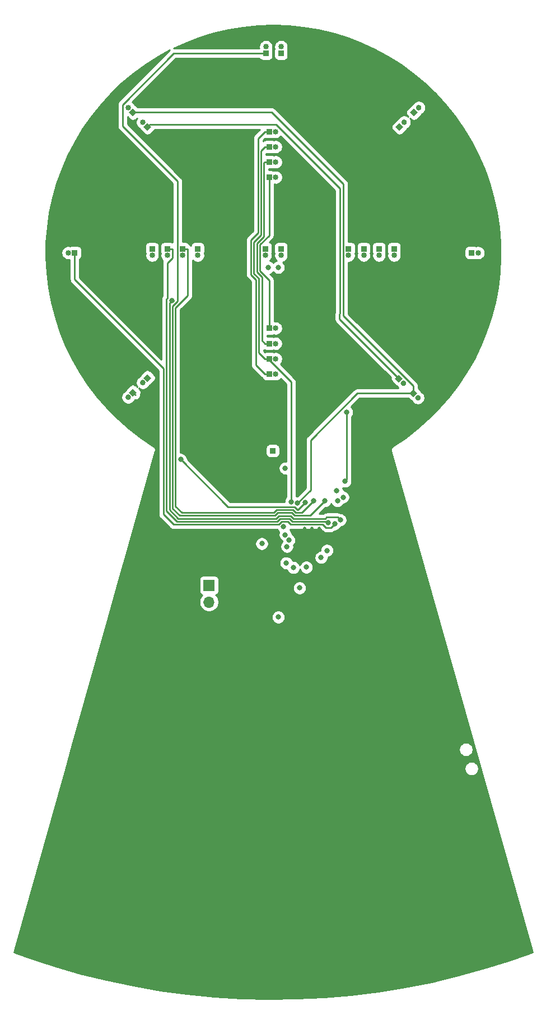
<source format=gbr>
G04 #@! TF.GenerationSoftware,KiCad,Pcbnew,(5.1.6-0)*
G04 #@! TF.CreationDate,2021-01-08T20:23:25+00:00*
G04 #@! TF.ProjectId,XMAS_Star_21,584d4153-5f53-4746-9172-5f32312e6b69,rev?*
G04 #@! TF.SameCoordinates,Original*
G04 #@! TF.FileFunction,Copper,L3,Inr*
G04 #@! TF.FilePolarity,Positive*
%FSLAX46Y46*%
G04 Gerber Fmt 4.6, Leading zero omitted, Abs format (unit mm)*
G04 Created by KiCad (PCBNEW (5.1.6-0)) date 2021-01-08 20:23:25*
%MOMM*%
%LPD*%
G01*
G04 APERTURE LIST*
G04 #@! TA.AperFunction,ViaPad*
%ADD10O,1.700000X1.700000*%
G04 #@! TD*
G04 #@! TA.AperFunction,ViaPad*
%ADD11R,1.700000X1.700000*%
G04 #@! TD*
G04 #@! TA.AperFunction,ViaPad*
%ADD12C,0.500000*%
G04 #@! TD*
G04 #@! TA.AperFunction,ViaPad*
%ADD13R,0.850000X0.850000*%
G04 #@! TD*
G04 #@! TA.AperFunction,ViaPad*
%ADD14C,0.100000*%
G04 #@! TD*
G04 #@! TA.AperFunction,ViaPad*
%ADD15O,0.850000X0.850000*%
G04 #@! TD*
G04 #@! TA.AperFunction,ViaPad*
%ADD16C,0.800000*%
G04 #@! TD*
G04 #@! TA.AperFunction,Conductor*
%ADD17C,0.250000*%
G04 #@! TD*
G04 #@! TA.AperFunction,Conductor*
%ADD18C,0.254000*%
G04 #@! TD*
G04 APERTURE END LIST*
D10*
X90300000Y-135280000D03*
X90300000Y-132740000D03*
D11*
X90300000Y-130200000D03*
D12*
X104730000Y-121610000D03*
X105830000Y-121610000D03*
X106930000Y-121610000D03*
X104730000Y-122710000D03*
X105830000Y-122710000D03*
X106930000Y-122710000D03*
X104730000Y-123810000D03*
X105830000Y-123810000D03*
X106930000Y-123810000D03*
D13*
X99940000Y-109900000D03*
G04 #@! TA.AperFunction,ViaPad*
G36*
G01*
X78393413Y-57792373D02*
X78393413Y-57792373D01*
G75*
G02*
X78393413Y-58393413I-300520J-300520D01*
G01*
X78393413Y-58393413D01*
G75*
G02*
X77792373Y-58393413I-300520J300520D01*
G01*
X77792373Y-58393413D01*
G75*
G02*
X77792373Y-57792373I300520J300520D01*
G01*
X77792373Y-57792373D01*
G75*
G02*
X78393413Y-57792373I300520J-300520D01*
G01*
G37*
G04 #@! TD.AperFunction*
G04 #@! TA.AperFunction,ViaPad*
D14*
G36*
X78800000Y-58198959D02*
G01*
X79401041Y-58800000D01*
X78800000Y-59401041D01*
X78198959Y-58800000D01*
X78800000Y-58198959D01*
G37*
G04 #@! TD.AperFunction*
G04 #@! TA.AperFunction,ViaPad*
G36*
G01*
X122307627Y-58393413D02*
X122307627Y-58393413D01*
G75*
G02*
X121706587Y-58393413I-300520J300520D01*
G01*
X121706587Y-58393413D01*
G75*
G02*
X121706587Y-57792373I300520J300520D01*
G01*
X121706587Y-57792373D01*
G75*
G02*
X122307627Y-57792373I300520J-300520D01*
G01*
X122307627Y-57792373D01*
G75*
G02*
X122307627Y-58393413I-300520J-300520D01*
G01*
G37*
G04 #@! TD.AperFunction*
G04 #@! TA.AperFunction,ViaPad*
G36*
X121901041Y-58800000D02*
G01*
X121300000Y-59401041D01*
X120698959Y-58800000D01*
X121300000Y-58198959D01*
X121901041Y-58800000D01*
G37*
G04 #@! TD.AperFunction*
G04 #@! TA.AperFunction,ViaPad*
G36*
G01*
X121606587Y-102207627D02*
X121606587Y-102207627D01*
G75*
G02*
X121606587Y-101606587I300520J300520D01*
G01*
X121606587Y-101606587D01*
G75*
G02*
X122207627Y-101606587I300520J-300520D01*
G01*
X122207627Y-101606587D01*
G75*
G02*
X122207627Y-102207627I-300520J-300520D01*
G01*
X122207627Y-102207627D01*
G75*
G02*
X121606587Y-102207627I-300520J300520D01*
G01*
G37*
G04 #@! TD.AperFunction*
G04 #@! TA.AperFunction,ViaPad*
G36*
X121200000Y-101801041D02*
G01*
X120598959Y-101200000D01*
X121200000Y-100598959D01*
X121801041Y-101200000D01*
X121200000Y-101801041D01*
G37*
G04 #@! TD.AperFunction*
G04 #@! TA.AperFunction,ViaPad*
G36*
G01*
X77792373Y-101506587D02*
X77792373Y-101506587D01*
G75*
G02*
X78393413Y-101506587I300520J-300520D01*
G01*
X78393413Y-101506587D01*
G75*
G02*
X78393413Y-102107627I-300520J-300520D01*
G01*
X78393413Y-102107627D01*
G75*
G02*
X77792373Y-102107627I-300520J300520D01*
G01*
X77792373Y-102107627D01*
G75*
G02*
X77792373Y-101506587I300520J300520D01*
G01*
G37*
G04 #@! TD.AperFunction*
G04 #@! TA.AperFunction,ViaPad*
G36*
X78198959Y-101100000D02*
G01*
X78800000Y-100498959D01*
X79401041Y-101100000D01*
X78800000Y-101701041D01*
X78198959Y-101100000D01*
G37*
G04 #@! TD.AperFunction*
D15*
X100400000Y-91400000D03*
D13*
X99400000Y-91400000D03*
D15*
X100400000Y-68600000D03*
D13*
X99400000Y-68600000D03*
D15*
X100400000Y-61700000D03*
D13*
X99400000Y-61700000D03*
D15*
X100400000Y-98300000D03*
D13*
X99400000Y-98300000D03*
G04 #@! TA.AperFunction,ViaPad*
G36*
G01*
X119406587Y-100007627D02*
X119406587Y-100007627D01*
G75*
G02*
X119406587Y-99406587I300520J300520D01*
G01*
X119406587Y-99406587D01*
G75*
G02*
X120007627Y-99406587I300520J-300520D01*
G01*
X120007627Y-99406587D01*
G75*
G02*
X120007627Y-100007627I-300520J-300520D01*
G01*
X120007627Y-100007627D01*
G75*
G02*
X119406587Y-100007627I-300520J300520D01*
G01*
G37*
G04 #@! TD.AperFunction*
G04 #@! TA.AperFunction,ViaPad*
D14*
G36*
X119000000Y-99601041D02*
G01*
X118398959Y-99000000D01*
X119000000Y-98398959D01*
X119601041Y-99000000D01*
X119000000Y-99601041D01*
G37*
G04 #@! TD.AperFunction*
G04 #@! TA.AperFunction,ViaPad*
G36*
G01*
X80593413Y-59992373D02*
X80593413Y-59992373D01*
G75*
G02*
X80593413Y-60593413I-300520J-300520D01*
G01*
X80593413Y-60593413D01*
G75*
G02*
X79992373Y-60593413I-300520J300520D01*
G01*
X79992373Y-60593413D01*
G75*
G02*
X79992373Y-59992373I300520J300520D01*
G01*
X79992373Y-59992373D01*
G75*
G02*
X80593413Y-59992373I300520J-300520D01*
G01*
G37*
G04 #@! TD.AperFunction*
G04 #@! TA.AperFunction,ViaPad*
G36*
X81000000Y-60398959D02*
G01*
X81601041Y-61000000D01*
X81000000Y-61601041D01*
X80398959Y-61000000D01*
X81000000Y-60398959D01*
G37*
G04 #@! TD.AperFunction*
G04 #@! TA.AperFunction,ViaPad*
G36*
G01*
X120107627Y-60593413D02*
X120107627Y-60593413D01*
G75*
G02*
X119506587Y-60593413I-300520J300520D01*
G01*
X119506587Y-60593413D01*
G75*
G02*
X119506587Y-59992373I300520J300520D01*
G01*
X119506587Y-59992373D01*
G75*
G02*
X120107627Y-59992373I300520J-300520D01*
G01*
X120107627Y-59992373D01*
G75*
G02*
X120107627Y-60593413I-300520J-300520D01*
G01*
G37*
G04 #@! TD.AperFunction*
G04 #@! TA.AperFunction,ViaPad*
G36*
X119701041Y-61000000D02*
G01*
X119100000Y-61601041D01*
X118498959Y-61000000D01*
X119100000Y-60398959D01*
X119701041Y-61000000D01*
G37*
G04 #@! TD.AperFunction*
G04 #@! TA.AperFunction,ViaPad*
G36*
G01*
X79992373Y-99306587D02*
X79992373Y-99306587D01*
G75*
G02*
X80593413Y-99306587I300520J-300520D01*
G01*
X80593413Y-99306587D01*
G75*
G02*
X80593413Y-99907627I-300520J-300520D01*
G01*
X80593413Y-99907627D01*
G75*
G02*
X79992373Y-99907627I-300520J300520D01*
G01*
X79992373Y-99907627D01*
G75*
G02*
X79992373Y-99306587I300520J300520D01*
G01*
G37*
G04 #@! TD.AperFunction*
G04 #@! TA.AperFunction,ViaPad*
G36*
X80398959Y-98900000D02*
G01*
X81000000Y-98298959D01*
X81601041Y-98900000D01*
X81000000Y-99501041D01*
X80398959Y-98900000D01*
G37*
G04 #@! TD.AperFunction*
D15*
X111400000Y-80400000D03*
D13*
X111400000Y-79400000D03*
D15*
X88600000Y-80400000D03*
D13*
X88600000Y-79400000D03*
D15*
X81700000Y-80400000D03*
D13*
X81700000Y-79400000D03*
D15*
X118300000Y-80400000D03*
D13*
X118300000Y-79400000D03*
X99400000Y-93700000D03*
D15*
X100400000Y-93700000D03*
D13*
X99400000Y-66300000D03*
D15*
X100400000Y-66300000D03*
D13*
X99400000Y-64000000D03*
D15*
X100400000Y-64000000D03*
D13*
X99400000Y-96000000D03*
D15*
X100400000Y-96000000D03*
X113700000Y-80400000D03*
D13*
X113700000Y-79400000D03*
D15*
X86300000Y-80400000D03*
D13*
X86300000Y-79400000D03*
D15*
X84000000Y-80400000D03*
D13*
X84000000Y-79400000D03*
D15*
X116000000Y-80400000D03*
D13*
X116000000Y-79400000D03*
D15*
X98900000Y-48900000D03*
D13*
X98900000Y-49900000D03*
D15*
X101200000Y-48900000D03*
D13*
X101200000Y-49900000D03*
D15*
X131000000Y-80000000D03*
D13*
X130000000Y-80000000D03*
D15*
X69000000Y-80000000D03*
D13*
X70000000Y-80000000D03*
D15*
X101200000Y-80400000D03*
D13*
X101200000Y-79400000D03*
D15*
X98800000Y-80400000D03*
D13*
X98800000Y-79400000D03*
D16*
X84662336Y-87205933D03*
X110148426Y-120343369D03*
X109313264Y-120958599D03*
X107830427Y-117454957D03*
X104000000Y-130600000D03*
X99250000Y-82210000D03*
X105025000Y-127475000D03*
X100787500Y-135000000D03*
X108145000Y-124955000D03*
X98300000Y-123912500D03*
X86025000Y-111215000D03*
X104825963Y-117707262D03*
X108332604Y-120762820D03*
X106103588Y-117454957D03*
X103704067Y-117803838D03*
X102727241Y-117589748D03*
X111110000Y-104050000D03*
X110867413Y-114492587D03*
X97640000Y-111450000D03*
X97680000Y-191100000D03*
X126780000Y-183130000D03*
X99212500Y-135000000D03*
X99510000Y-128960000D03*
X127780000Y-183130000D03*
X126780000Y-184130000D03*
X127780000Y-184130000D03*
X126780000Y-185130000D03*
X127780000Y-185130000D03*
X129930000Y-186025000D03*
X132130000Y-185705000D03*
X98680000Y-191100000D03*
X99680000Y-191100000D03*
X100680000Y-191100000D03*
X101680000Y-191100000D03*
X102680000Y-191100000D03*
X100510000Y-128960000D03*
X99510000Y-129960000D03*
X100510000Y-129960000D03*
X100890000Y-114720000D03*
X97652500Y-114512500D03*
X97652500Y-117067500D03*
X128354806Y-150665739D03*
X128112882Y-149695444D03*
X127870961Y-148725148D03*
X127629039Y-147754852D03*
X127387118Y-146784556D03*
X127145194Y-145814261D03*
X126854806Y-144775739D03*
X126612882Y-143805444D03*
X126370961Y-142835148D03*
X125887118Y-140894556D03*
X126129039Y-141864852D03*
X131737118Y-162534556D03*
X132462882Y-165445444D03*
X131979039Y-163504852D03*
X132704806Y-166415739D03*
X132220961Y-164475148D03*
X131495194Y-161564261D03*
X133972882Y-171325444D03*
X133730961Y-170355148D03*
X133005194Y-167444261D03*
X134214806Y-172295739D03*
X133489039Y-169384852D03*
X133247118Y-168414556D03*
X129930000Y-183485000D03*
X103680000Y-191100000D03*
X104680000Y-191100000D03*
X105680000Y-191100000D03*
X106680000Y-191100000D03*
X107680000Y-191100000D03*
X108680000Y-191100000D03*
X109680000Y-191100000D03*
X110680000Y-191100000D03*
X111680000Y-191100000D03*
X112680000Y-191100000D03*
X96680000Y-191100000D03*
X95680000Y-191100000D03*
X94680000Y-191100000D03*
X93680000Y-191100000D03*
X92680000Y-191100000D03*
X91680000Y-191100000D03*
X90680000Y-191100000D03*
X89680000Y-191100000D03*
X88680000Y-191100000D03*
X87680000Y-191100000D03*
X135192882Y-176215444D03*
X135434806Y-177185739D03*
X136190961Y-180125148D03*
X136432882Y-181095444D03*
X135707118Y-178184556D03*
X136674806Y-182065739D03*
X135949039Y-179154852D03*
X136947118Y-183124556D03*
X137189039Y-184094852D03*
X137430961Y-185065148D03*
X104300000Y-114700000D03*
X106575000Y-127470000D03*
X109622578Y-115941979D03*
X110571367Y-116911250D03*
X109732088Y-117454957D03*
X101835010Y-122571003D03*
X102378105Y-123410689D03*
X102083542Y-124366333D03*
X100787500Y-82220000D03*
X101590000Y-121360000D03*
X103050000Y-127530000D03*
X101840000Y-112520000D03*
X107250000Y-126010000D03*
X101988436Y-126845030D03*
D17*
X84935010Y-87315010D02*
X84771413Y-87315010D01*
X84771413Y-87315010D02*
X84662336Y-87205933D01*
X84339978Y-118806389D02*
X85668566Y-120134977D01*
X85668566Y-120134977D02*
X100469200Y-120134977D01*
X84339978Y-87528291D02*
X84339978Y-118806389D01*
X84662336Y-87205933D02*
X84339978Y-87528291D01*
X102650801Y-119714977D02*
X103070800Y-120134977D01*
X100469200Y-120134977D02*
X100889200Y-119714977D01*
X109748427Y-119943370D02*
X110148426Y-120343369D01*
X108110379Y-119943370D02*
X109748427Y-119943370D01*
X107918772Y-120134977D02*
X108110379Y-119943370D01*
X103070800Y-120134977D02*
X107918772Y-120134977D01*
X100889200Y-119714977D02*
X102650801Y-119714977D01*
X83416296Y-114153704D02*
X83416296Y-115226970D01*
X83416296Y-97451940D02*
X83416296Y-114153704D01*
X70000000Y-84035644D02*
X83416296Y-97451940D01*
X70000000Y-80000000D02*
X70000000Y-84035644D01*
X83416296Y-119509118D02*
X84942177Y-121034999D01*
X102685001Y-121034999D02*
X107503909Y-121034999D01*
X108761874Y-121509989D02*
X109313264Y-120958599D01*
X107978899Y-121509989D02*
X108761874Y-121509989D01*
X107503909Y-121034999D02*
X107978899Y-121509989D01*
X102265001Y-120614999D02*
X102685001Y-121034999D01*
X101284999Y-120614999D02*
X102265001Y-120614999D01*
X100864999Y-121034999D02*
X101284999Y-120614999D01*
X84942177Y-121034999D02*
X100864999Y-121034999D01*
X83416296Y-114153704D02*
X83416296Y-119509118D01*
X105600418Y-119684966D02*
X107830427Y-117454957D01*
X85549999Y-87343589D02*
X84789989Y-88103598D01*
X98900000Y-49900000D02*
X84980104Y-49900000D01*
X84980104Y-49900000D02*
X77210052Y-57670052D01*
X77210052Y-60870052D02*
X85549999Y-69209999D01*
X85549999Y-69209999D02*
X85549999Y-87343589D01*
X102837202Y-119264967D02*
X103257200Y-119684966D01*
X100282799Y-119684966D02*
X100702798Y-119264967D01*
X100702798Y-119264967D02*
X102837202Y-119264967D01*
X103257200Y-119684966D02*
X105600418Y-119684966D01*
X77210052Y-57670052D02*
X77210052Y-60870052D01*
X84789989Y-118619989D02*
X85854966Y-119684966D01*
X85854966Y-119684966D02*
X100282799Y-119684966D01*
X84789989Y-88103598D02*
X84789989Y-118619989D01*
X79171230Y-101471230D02*
X78800000Y-101100000D01*
X86025000Y-111215000D02*
X93174944Y-118364944D01*
X93174944Y-118364944D02*
X103210000Y-118364944D01*
X103210000Y-118364944D02*
X103630000Y-118784944D01*
X103630000Y-118784944D02*
X103748281Y-118784944D01*
X103748281Y-118784944D02*
X104825963Y-117707262D01*
X84210000Y-81300002D02*
X84750001Y-80760001D01*
X84675000Y-79400000D02*
X84000000Y-79400000D01*
X84750001Y-79475001D02*
X84675000Y-79400000D01*
X84750001Y-80760001D02*
X84750001Y-79475001D01*
X100655599Y-120584988D02*
X101075599Y-120164988D01*
X101075599Y-120164988D02*
X102464401Y-120164988D01*
X102884401Y-120584988D02*
X108154772Y-120584988D01*
X84000000Y-86845265D02*
X83879958Y-86965307D01*
X108154772Y-120584988D02*
X108332604Y-120762820D01*
X102464401Y-120164988D02*
X102884401Y-120584988D01*
X85482166Y-120584988D02*
X100655599Y-120584988D01*
X83879958Y-118982780D02*
X85482166Y-120584988D01*
X83879958Y-86965307D02*
X83879958Y-118982780D01*
X84000000Y-81510002D02*
X84000000Y-86845265D01*
X84750001Y-80760001D02*
X84000000Y-81510002D01*
X87050001Y-79475001D02*
X87050001Y-86479997D01*
X103023600Y-118814955D02*
X103443600Y-119234955D01*
X85240000Y-118266411D02*
X86208544Y-119234955D01*
X86300000Y-79400000D02*
X86975000Y-79400000D01*
X103443600Y-119234955D02*
X104323590Y-119234955D01*
X85240000Y-88289998D02*
X85240000Y-118266411D01*
X87050001Y-86479997D02*
X85240000Y-88289998D01*
X100096400Y-119234955D02*
X100516400Y-118814955D01*
X86208544Y-119234955D02*
X100096400Y-119234955D01*
X100516400Y-118814955D02*
X103023600Y-118814955D01*
X104323590Y-119234955D02*
X106103588Y-117454957D01*
X86975000Y-79400000D02*
X87050001Y-79475001D01*
X121200000Y-101200000D02*
X121200000Y-100100000D01*
X110649999Y-89549999D02*
X110649999Y-69649999D01*
X121200000Y-100100000D02*
X110649999Y-89549999D01*
X99800000Y-58800000D02*
X78800000Y-58800000D01*
X110649999Y-69649999D02*
X99800000Y-58800000D01*
X121200000Y-101200000D02*
X112730000Y-101200000D01*
X105660011Y-115847894D02*
X103704067Y-117803838D01*
X105660011Y-108269989D02*
X105660011Y-115847894D01*
X112730000Y-101200000D02*
X105660011Y-108269989D01*
X102727241Y-99517239D02*
X102727241Y-117589748D01*
X99400000Y-96189998D02*
X102727241Y-99517239D01*
X99400000Y-96000000D02*
X99400000Y-96189998D01*
X97099982Y-83122802D02*
X97850011Y-83872831D01*
X97850011Y-83872831D02*
X97850011Y-95125011D01*
X97850011Y-95125011D02*
X98725000Y-96000000D01*
X98725000Y-64000000D02*
X98150009Y-64574991D01*
X98725000Y-96000000D02*
X99400000Y-96000000D01*
X97099982Y-78392194D02*
X97099982Y-83122802D01*
X98150009Y-77342167D02*
X97099982Y-78392194D01*
X98150009Y-64574991D02*
X98150009Y-77342167D01*
X99400000Y-64000000D02*
X98725000Y-64000000D01*
X111110000Y-114250000D02*
X110867413Y-114492587D01*
X111110000Y-107980000D02*
X111110000Y-108321758D01*
X111110000Y-107980000D02*
X111110000Y-114250000D01*
X111110000Y-104050000D02*
X111110000Y-107980000D01*
X98300022Y-83686432D02*
X98300022Y-93275022D01*
X99400000Y-66300000D02*
X98725000Y-66300000D01*
X98725000Y-93700000D02*
X99400000Y-93700000D01*
X98600020Y-77528567D02*
X97549993Y-78578594D01*
X98300022Y-93275022D02*
X98725000Y-93700000D01*
X97549993Y-82936403D02*
X98300022Y-83686432D01*
X97549993Y-78578594D02*
X97549993Y-82936403D01*
X98600020Y-66424980D02*
X98600020Y-77528567D01*
X98725000Y-66300000D02*
X98600020Y-66424980D01*
X99400000Y-98300000D02*
X98725000Y-98300000D01*
X96649971Y-78049971D02*
X97699998Y-76999944D01*
X97400000Y-96975000D02*
X97400000Y-84059232D01*
X97699998Y-76999944D02*
X97699999Y-62725001D01*
X96649971Y-83309203D02*
X96649971Y-78049971D01*
X98725000Y-98300000D02*
X97400000Y-96975000D01*
X97699999Y-62725001D02*
X98725000Y-61700000D01*
X98725000Y-61700000D02*
X99400000Y-61700000D01*
X97400000Y-84059232D02*
X96649971Y-83309203D01*
X99400000Y-77364998D02*
X99400000Y-68600000D01*
X98000003Y-78764995D02*
X99400000Y-77364998D01*
X98000003Y-82750003D02*
X98000003Y-78764995D01*
X99400000Y-84150000D02*
X98000003Y-82750003D01*
X99400000Y-91400000D02*
X99400000Y-84150000D01*
X110049991Y-90049991D02*
X118628770Y-98628770D01*
X81000000Y-61000000D02*
X81371230Y-60628770D01*
X118628770Y-98628770D02*
X119000000Y-99000000D01*
X81371230Y-60628770D02*
X100438772Y-60628770D01*
X110100000Y-89163590D02*
X110049991Y-89213599D01*
X100438772Y-60628770D02*
X110100000Y-70289998D01*
X110100000Y-70289998D02*
X110100000Y-89163590D01*
X110049991Y-89213599D02*
X110049991Y-90049991D01*
D18*
G36*
X102276611Y-45729257D02*
G01*
X104542867Y-45955483D01*
X106789125Y-46331401D01*
X109005560Y-46855367D01*
X111182388Y-47525072D01*
X113310041Y-48337568D01*
X115379166Y-49289285D01*
X117380676Y-50376043D01*
X119305762Y-51593058D01*
X121145948Y-52934973D01*
X122893164Y-54395902D01*
X124539716Y-55969414D01*
X126078371Y-57648594D01*
X127502350Y-59426047D01*
X128805402Y-61293970D01*
X129981797Y-63244148D01*
X131026356Y-65267992D01*
X131934486Y-67356608D01*
X132702208Y-69500842D01*
X133326132Y-71691227D01*
X133803517Y-73918139D01*
X134132268Y-76171803D01*
X134310936Y-78442297D01*
X134338737Y-80719643D01*
X134215548Y-82993827D01*
X133941912Y-85254843D01*
X133519032Y-87492746D01*
X132948765Y-89697714D01*
X132233618Y-91860044D01*
X131376744Y-93970207D01*
X130381901Y-96018954D01*
X129253468Y-97997260D01*
X127996408Y-99896429D01*
X126616230Y-101708134D01*
X125119036Y-103424363D01*
X123511387Y-105037600D01*
X121800363Y-106540741D01*
X119993467Y-107927193D01*
X118088720Y-109197628D01*
X118039134Y-109229409D01*
X117945467Y-109319567D01*
X117871188Y-109426268D01*
X117819153Y-109545409D01*
X117791361Y-109672412D01*
X117788879Y-109802395D01*
X117806061Y-109898302D01*
X139197031Y-185585609D01*
X135878657Y-186768823D01*
X131942113Y-188011855D01*
X127962726Y-189109787D01*
X123945771Y-190061163D01*
X119896627Y-190864709D01*
X115820754Y-191519340D01*
X111723668Y-192024173D01*
X107610796Y-192378537D01*
X103487728Y-192581950D01*
X99359978Y-192634142D01*
X95233055Y-192535042D01*
X91112554Y-192284785D01*
X87004002Y-191883706D01*
X82912882Y-191332340D01*
X78844742Y-190631436D01*
X74805001Y-189781928D01*
X70799100Y-188784958D01*
X66832434Y-187641871D01*
X62908553Y-186353617D01*
X60802039Y-185588990D01*
X68664349Y-157774069D01*
X128905672Y-157774069D01*
X128905672Y-157987795D01*
X128947368Y-158197415D01*
X129029157Y-158394872D01*
X129147897Y-158572579D01*
X129299025Y-158723707D01*
X129476732Y-158842447D01*
X129674189Y-158924236D01*
X129883809Y-158965932D01*
X130097535Y-158965932D01*
X130307155Y-158924236D01*
X130504612Y-158842447D01*
X130682319Y-158723707D01*
X130833447Y-158572579D01*
X130952187Y-158394872D01*
X131033976Y-158197415D01*
X131075672Y-157987795D01*
X131075672Y-157774069D01*
X131033976Y-157564449D01*
X130952187Y-157366992D01*
X130833447Y-157189285D01*
X130682319Y-157038157D01*
X130504612Y-156919417D01*
X130307155Y-156837628D01*
X130097535Y-156795932D01*
X129883809Y-156795932D01*
X129674189Y-156837628D01*
X129476732Y-156919417D01*
X129299025Y-157038157D01*
X129147897Y-157189285D01*
X129029157Y-157366992D01*
X128947368Y-157564449D01*
X128905672Y-157774069D01*
X68664349Y-157774069D01*
X69479495Y-154890284D01*
X128078760Y-154890284D01*
X128078760Y-155104010D01*
X128120456Y-155313630D01*
X128202245Y-155511087D01*
X128320985Y-155688794D01*
X128472113Y-155839922D01*
X128649820Y-155958662D01*
X128847277Y-156040451D01*
X129056897Y-156082147D01*
X129270623Y-156082147D01*
X129480243Y-156040451D01*
X129677700Y-155958662D01*
X129855407Y-155839922D01*
X130006535Y-155688794D01*
X130125275Y-155511087D01*
X130207064Y-155313630D01*
X130248760Y-155104010D01*
X130248760Y-154890284D01*
X130207064Y-154680664D01*
X130125275Y-154483207D01*
X130006535Y-154305500D01*
X129855407Y-154154372D01*
X129677700Y-154035632D01*
X129480243Y-153953843D01*
X129270623Y-153912147D01*
X129056897Y-153912147D01*
X128847277Y-153953843D01*
X128649820Y-154035632D01*
X128472113Y-154154372D01*
X128320985Y-154305500D01*
X128202245Y-154483207D01*
X128120456Y-154680664D01*
X128078760Y-154890284D01*
X69479495Y-154890284D01*
X75130602Y-134898061D01*
X99752500Y-134898061D01*
X99752500Y-135101939D01*
X99792274Y-135301898D01*
X99870295Y-135490256D01*
X99983563Y-135659774D01*
X100127726Y-135803937D01*
X100297244Y-135917205D01*
X100485602Y-135995226D01*
X100685561Y-136035000D01*
X100889439Y-136035000D01*
X101089398Y-135995226D01*
X101277756Y-135917205D01*
X101447274Y-135803937D01*
X101591437Y-135659774D01*
X101704705Y-135490256D01*
X101782726Y-135301898D01*
X101822500Y-135101939D01*
X101822500Y-134898061D01*
X101782726Y-134698102D01*
X101704705Y-134509744D01*
X101591437Y-134340226D01*
X101447274Y-134196063D01*
X101277756Y-134082795D01*
X101089398Y-134004774D01*
X100889439Y-133965000D01*
X100685561Y-133965000D01*
X100485602Y-134004774D01*
X100297244Y-134082795D01*
X100127726Y-134196063D01*
X99983563Y-134340226D01*
X99870295Y-134509744D01*
X99792274Y-134698102D01*
X99752500Y-134898061D01*
X75130602Y-134898061D01*
X76698847Y-129350000D01*
X88811928Y-129350000D01*
X88811928Y-131050000D01*
X88824188Y-131174482D01*
X88860498Y-131294180D01*
X88919463Y-131404494D01*
X88998815Y-131501185D01*
X89095506Y-131580537D01*
X89205820Y-131639502D01*
X89278380Y-131661513D01*
X89146525Y-131793368D01*
X88984010Y-132036589D01*
X88872068Y-132306842D01*
X88815000Y-132593740D01*
X88815000Y-132886260D01*
X88872068Y-133173158D01*
X88984010Y-133443411D01*
X89146525Y-133686632D01*
X89353368Y-133893475D01*
X89596589Y-134055990D01*
X89866842Y-134167932D01*
X90153740Y-134225000D01*
X90446260Y-134225000D01*
X90733158Y-134167932D01*
X91003411Y-134055990D01*
X91246632Y-133893475D01*
X91453475Y-133686632D01*
X91615990Y-133443411D01*
X91727932Y-133173158D01*
X91785000Y-132886260D01*
X91785000Y-132593740D01*
X91727932Y-132306842D01*
X91615990Y-132036589D01*
X91453475Y-131793368D01*
X91321620Y-131661513D01*
X91394180Y-131639502D01*
X91504494Y-131580537D01*
X91601185Y-131501185D01*
X91680537Y-131404494D01*
X91739502Y-131294180D01*
X91775812Y-131174482D01*
X91788072Y-131050000D01*
X91788072Y-130498061D01*
X102965000Y-130498061D01*
X102965000Y-130701939D01*
X103004774Y-130901898D01*
X103082795Y-131090256D01*
X103196063Y-131259774D01*
X103340226Y-131403937D01*
X103509744Y-131517205D01*
X103698102Y-131595226D01*
X103898061Y-131635000D01*
X104101939Y-131635000D01*
X104301898Y-131595226D01*
X104490256Y-131517205D01*
X104659774Y-131403937D01*
X104803937Y-131259774D01*
X104917205Y-131090256D01*
X104995226Y-130901898D01*
X105035000Y-130701939D01*
X105035000Y-130498061D01*
X104995226Y-130298102D01*
X104917205Y-130109744D01*
X104803937Y-129940226D01*
X104659774Y-129796063D01*
X104490256Y-129682795D01*
X104301898Y-129604774D01*
X104101939Y-129565000D01*
X103898061Y-129565000D01*
X103698102Y-129604774D01*
X103509744Y-129682795D01*
X103340226Y-129796063D01*
X103196063Y-129940226D01*
X103082795Y-130109744D01*
X103004774Y-130298102D01*
X102965000Y-130498061D01*
X91788072Y-130498061D01*
X91788072Y-129350000D01*
X91775812Y-129225518D01*
X91739502Y-129105820D01*
X91680537Y-128995506D01*
X91601185Y-128898815D01*
X91504494Y-128819463D01*
X91394180Y-128760498D01*
X91274482Y-128724188D01*
X91150000Y-128711928D01*
X89450000Y-128711928D01*
X89325518Y-128724188D01*
X89205820Y-128760498D01*
X89095506Y-128819463D01*
X88998815Y-128898815D01*
X88919463Y-128995506D01*
X88860498Y-129105820D01*
X88824188Y-129225518D01*
X88811928Y-129350000D01*
X76698847Y-129350000D01*
X77435729Y-126743091D01*
X100953436Y-126743091D01*
X100953436Y-126946969D01*
X100993210Y-127146928D01*
X101071231Y-127335286D01*
X101184499Y-127504804D01*
X101328662Y-127648967D01*
X101498180Y-127762235D01*
X101686538Y-127840256D01*
X101886497Y-127880030D01*
X102074711Y-127880030D01*
X102132795Y-128020256D01*
X102246063Y-128189774D01*
X102390226Y-128333937D01*
X102559744Y-128447205D01*
X102748102Y-128525226D01*
X102948061Y-128565000D01*
X103151939Y-128565000D01*
X103351898Y-128525226D01*
X103540256Y-128447205D01*
X103709774Y-128333937D01*
X103853937Y-128189774D01*
X103967205Y-128020256D01*
X104045226Y-127831898D01*
X104047604Y-127819943D01*
X104107795Y-127965256D01*
X104221063Y-128134774D01*
X104365226Y-128278937D01*
X104534744Y-128392205D01*
X104723102Y-128470226D01*
X104923061Y-128510000D01*
X105126939Y-128510000D01*
X105326898Y-128470226D01*
X105515256Y-128392205D01*
X105684774Y-128278937D01*
X105828937Y-128134774D01*
X105942205Y-127965256D01*
X106020226Y-127776898D01*
X106060000Y-127576939D01*
X106060000Y-127373061D01*
X106020226Y-127173102D01*
X105942205Y-126984744D01*
X105828937Y-126815226D01*
X105684774Y-126671063D01*
X105515256Y-126557795D01*
X105326898Y-126479774D01*
X105126939Y-126440000D01*
X104923061Y-126440000D01*
X104723102Y-126479774D01*
X104534744Y-126557795D01*
X104365226Y-126671063D01*
X104221063Y-126815226D01*
X104107795Y-126984744D01*
X104029774Y-127173102D01*
X104027396Y-127185057D01*
X103967205Y-127039744D01*
X103853937Y-126870226D01*
X103709774Y-126726063D01*
X103540256Y-126612795D01*
X103351898Y-126534774D01*
X103151939Y-126495000D01*
X102963725Y-126495000D01*
X102905641Y-126354774D01*
X102792373Y-126185256D01*
X102648210Y-126041093D01*
X102478692Y-125927825D01*
X102430978Y-125908061D01*
X106215000Y-125908061D01*
X106215000Y-126111939D01*
X106254774Y-126311898D01*
X106332795Y-126500256D01*
X106446063Y-126669774D01*
X106590226Y-126813937D01*
X106759744Y-126927205D01*
X106948102Y-127005226D01*
X107148061Y-127045000D01*
X107351939Y-127045000D01*
X107551898Y-127005226D01*
X107740256Y-126927205D01*
X107909774Y-126813937D01*
X108053937Y-126669774D01*
X108167205Y-126500256D01*
X108245226Y-126311898D01*
X108285000Y-126111939D01*
X108285000Y-125982429D01*
X108446898Y-125950226D01*
X108635256Y-125872205D01*
X108804774Y-125758937D01*
X108948937Y-125614774D01*
X109062205Y-125445256D01*
X109140226Y-125256898D01*
X109180000Y-125056939D01*
X109180000Y-124853061D01*
X109140226Y-124653102D01*
X109062205Y-124464744D01*
X108948937Y-124295226D01*
X108804774Y-124151063D01*
X108635256Y-124037795D01*
X108446898Y-123959774D01*
X108246939Y-123920000D01*
X108043061Y-123920000D01*
X107843102Y-123959774D01*
X107654744Y-124037795D01*
X107485226Y-124151063D01*
X107341063Y-124295226D01*
X107227795Y-124464744D01*
X107149774Y-124653102D01*
X107110000Y-124853061D01*
X107110000Y-124982571D01*
X106948102Y-125014774D01*
X106759744Y-125092795D01*
X106590226Y-125206063D01*
X106446063Y-125350226D01*
X106332795Y-125519744D01*
X106254774Y-125708102D01*
X106215000Y-125908061D01*
X102430978Y-125908061D01*
X102290334Y-125849804D01*
X102090375Y-125810030D01*
X101886497Y-125810030D01*
X101686538Y-125849804D01*
X101498180Y-125927825D01*
X101328662Y-126041093D01*
X101184499Y-126185256D01*
X101071231Y-126354774D01*
X100993210Y-126543132D01*
X100953436Y-126743091D01*
X77435729Y-126743091D01*
X78264653Y-123810561D01*
X97265000Y-123810561D01*
X97265000Y-124014439D01*
X97304774Y-124214398D01*
X97382795Y-124402756D01*
X97496063Y-124572274D01*
X97640226Y-124716437D01*
X97809744Y-124829705D01*
X97998102Y-124907726D01*
X98198061Y-124947500D01*
X98401939Y-124947500D01*
X98601898Y-124907726D01*
X98790256Y-124829705D01*
X98959774Y-124716437D01*
X99103937Y-124572274D01*
X99217205Y-124402756D01*
X99295226Y-124214398D01*
X99335000Y-124014439D01*
X99335000Y-123810561D01*
X99295226Y-123610602D01*
X99217205Y-123422244D01*
X99103937Y-123252726D01*
X98959774Y-123108563D01*
X98790256Y-122995295D01*
X98601898Y-122917274D01*
X98401939Y-122877500D01*
X98198061Y-122877500D01*
X97998102Y-122917274D01*
X97809744Y-122995295D01*
X97640226Y-123108563D01*
X97496063Y-123252726D01*
X97382795Y-123422244D01*
X97304774Y-123610602D01*
X97265000Y-123810561D01*
X78264653Y-123810561D01*
X82196678Y-109900029D01*
X82213863Y-109804123D01*
X82211386Y-109674138D01*
X82183599Y-109547134D01*
X82131568Y-109427991D01*
X82057294Y-109321288D01*
X81963630Y-109231126D01*
X81914020Y-109199327D01*
X80005958Y-107926780D01*
X78199100Y-106540299D01*
X76488097Y-105037116D01*
X74880489Y-103423854D01*
X73383330Y-101707593D01*
X73379608Y-101702706D01*
X77032893Y-101702706D01*
X77032893Y-101911508D01*
X77073628Y-102116298D01*
X77153533Y-102309205D01*
X77269537Y-102482818D01*
X77417182Y-102630463D01*
X77590795Y-102746467D01*
X77783702Y-102826372D01*
X77988492Y-102867107D01*
X78197294Y-102867107D01*
X78402084Y-102826372D01*
X78594991Y-102746467D01*
X78768604Y-102630463D01*
X78916249Y-102482818D01*
X79032253Y-102309205D01*
X79039380Y-102291999D01*
X79044180Y-102290543D01*
X79151839Y-102232997D01*
X79171230Y-102234907D01*
X79320216Y-102220233D01*
X79463476Y-102176776D01*
X79595506Y-102106204D01*
X79711231Y-102011231D01*
X79806204Y-101895506D01*
X79876776Y-101763476D01*
X79920233Y-101620216D01*
X79934907Y-101471230D01*
X79932997Y-101451839D01*
X79990543Y-101344180D01*
X80026853Y-101224482D01*
X80039113Y-101100000D01*
X80026853Y-100975518D01*
X79990543Y-100855820D01*
X79931578Y-100745506D01*
X79852226Y-100648815D01*
X79667486Y-100464075D01*
X79790795Y-100546467D01*
X79983702Y-100626372D01*
X80188492Y-100667107D01*
X80397294Y-100667107D01*
X80602084Y-100626372D01*
X80794991Y-100546467D01*
X80968604Y-100430463D01*
X81116249Y-100282818D01*
X81232253Y-100109205D01*
X81239380Y-100091999D01*
X81244180Y-100090543D01*
X81354494Y-100031578D01*
X81451185Y-99952226D01*
X82052226Y-99351185D01*
X82131578Y-99254494D01*
X82190543Y-99144180D01*
X82226853Y-99024482D01*
X82239113Y-98900000D01*
X82226853Y-98775518D01*
X82190543Y-98655820D01*
X82131578Y-98545506D01*
X82052226Y-98448815D01*
X81451185Y-97847774D01*
X81354494Y-97768422D01*
X81244180Y-97709457D01*
X81124482Y-97673147D01*
X81000000Y-97660887D01*
X80875518Y-97673147D01*
X80755820Y-97709457D01*
X80645506Y-97768422D01*
X80548815Y-97847774D01*
X79947774Y-98448815D01*
X79868422Y-98545506D01*
X79809457Y-98655820D01*
X79808001Y-98660620D01*
X79790795Y-98667747D01*
X79617182Y-98783751D01*
X79469537Y-98931396D01*
X79353533Y-99105009D01*
X79273628Y-99297916D01*
X79232893Y-99502706D01*
X79232893Y-99711508D01*
X79273628Y-99916298D01*
X79353533Y-100109205D01*
X79435925Y-100232514D01*
X79251185Y-100047774D01*
X79154494Y-99968422D01*
X79044180Y-99909457D01*
X78924482Y-99873147D01*
X78800000Y-99860887D01*
X78675518Y-99873147D01*
X78555820Y-99909457D01*
X78445506Y-99968422D01*
X78348815Y-100047774D01*
X77747774Y-100648815D01*
X77668422Y-100745506D01*
X77609457Y-100855820D01*
X77608001Y-100860620D01*
X77590795Y-100867747D01*
X77417182Y-100983751D01*
X77269537Y-101131396D01*
X77153533Y-101305009D01*
X77073628Y-101497916D01*
X77032893Y-101702706D01*
X73379608Y-101702706D01*
X72003188Y-99895860D01*
X70746168Y-97996670D01*
X69617773Y-96018335D01*
X68622975Y-93969575D01*
X67766140Y-91859386D01*
X67051036Y-89697037D01*
X66480817Y-87492073D01*
X66057981Y-85254149D01*
X65784390Y-82993128D01*
X65661249Y-80718943D01*
X65689096Y-78441598D01*
X65867811Y-76171107D01*
X66196607Y-73917447D01*
X66674038Y-71690547D01*
X67298007Y-69500170D01*
X68065766Y-67355970D01*
X68973947Y-65267355D01*
X70018544Y-63243537D01*
X71194978Y-61293383D01*
X72498067Y-59425490D01*
X73922083Y-57648064D01*
X75460764Y-55968922D01*
X77107355Y-54395438D01*
X78854592Y-52934551D01*
X80694817Y-51592665D01*
X82619926Y-50375689D01*
X84391447Y-49413855D01*
X76699055Y-57106248D01*
X76670051Y-57130051D01*
X76626905Y-57182625D01*
X76575078Y-57245776D01*
X76538540Y-57314134D01*
X76504506Y-57377806D01*
X76461049Y-57521067D01*
X76450052Y-57632720D01*
X76450052Y-57632730D01*
X76446376Y-57670052D01*
X76450052Y-57707375D01*
X76450053Y-60832720D01*
X76446376Y-60870052D01*
X76450053Y-60907385D01*
X76461050Y-61019038D01*
X76464624Y-61030820D01*
X76504506Y-61162298D01*
X76575078Y-61294328D01*
X76645552Y-61380200D01*
X76670052Y-61410053D01*
X76699050Y-61433851D01*
X84789999Y-69524801D01*
X84790000Y-78453085D01*
X84779494Y-78444463D01*
X84669180Y-78385498D01*
X84549482Y-78349188D01*
X84425000Y-78336928D01*
X83575000Y-78336928D01*
X83450518Y-78349188D01*
X83330820Y-78385498D01*
X83220506Y-78444463D01*
X83123815Y-78523815D01*
X83044463Y-78620506D01*
X82985498Y-78730820D01*
X82949188Y-78850518D01*
X82936928Y-78975000D01*
X82936928Y-79825000D01*
X82949188Y-79949482D01*
X82985498Y-80069180D01*
X82987862Y-80073603D01*
X82980735Y-80090809D01*
X82940000Y-80295599D01*
X82940000Y-80504401D01*
X82980735Y-80709191D01*
X83060640Y-80902098D01*
X83176644Y-81075711D01*
X83302896Y-81201963D01*
X83294454Y-81217756D01*
X83250997Y-81361017D01*
X83240000Y-81472670D01*
X83240000Y-81472680D01*
X83236324Y-81510002D01*
X83240000Y-81547325D01*
X83240001Y-86550354D01*
X83193130Y-86638043D01*
X83174412Y-86673061D01*
X83130955Y-86816322D01*
X83119958Y-86927975D01*
X83119958Y-86927985D01*
X83116282Y-86965307D01*
X83119958Y-87002629D01*
X83119958Y-96080800D01*
X70760000Y-83720843D01*
X70760000Y-80965957D01*
X70779494Y-80955537D01*
X70876185Y-80876185D01*
X70955537Y-80779494D01*
X71014502Y-80669180D01*
X71050812Y-80549482D01*
X71063072Y-80425000D01*
X71063072Y-79575000D01*
X71050812Y-79450518D01*
X71014502Y-79330820D01*
X70955537Y-79220506D01*
X70876185Y-79123815D01*
X70779494Y-79044463D01*
X70669180Y-78985498D01*
X70634573Y-78975000D01*
X80636928Y-78975000D01*
X80636928Y-79825000D01*
X80649188Y-79949482D01*
X80685498Y-80069180D01*
X80687862Y-80073603D01*
X80680735Y-80090809D01*
X80640000Y-80295599D01*
X80640000Y-80504401D01*
X80680735Y-80709191D01*
X80760640Y-80902098D01*
X80876644Y-81075711D01*
X81024289Y-81223356D01*
X81197902Y-81339360D01*
X81390809Y-81419265D01*
X81595599Y-81460000D01*
X81804401Y-81460000D01*
X82009191Y-81419265D01*
X82202098Y-81339360D01*
X82375711Y-81223356D01*
X82523356Y-81075711D01*
X82639360Y-80902098D01*
X82719265Y-80709191D01*
X82760000Y-80504401D01*
X82760000Y-80295599D01*
X82719265Y-80090809D01*
X82712138Y-80073603D01*
X82714502Y-80069180D01*
X82750812Y-79949482D01*
X82763072Y-79825000D01*
X82763072Y-78975000D01*
X82750812Y-78850518D01*
X82714502Y-78730820D01*
X82655537Y-78620506D01*
X82576185Y-78523815D01*
X82479494Y-78444463D01*
X82369180Y-78385498D01*
X82249482Y-78349188D01*
X82125000Y-78336928D01*
X81275000Y-78336928D01*
X81150518Y-78349188D01*
X81030820Y-78385498D01*
X80920506Y-78444463D01*
X80823815Y-78523815D01*
X80744463Y-78620506D01*
X80685498Y-78730820D01*
X80649188Y-78850518D01*
X80636928Y-78975000D01*
X70634573Y-78975000D01*
X70549482Y-78949188D01*
X70425000Y-78936928D01*
X69575000Y-78936928D01*
X69450518Y-78949188D01*
X69330820Y-78985498D01*
X69326397Y-78987862D01*
X69309191Y-78980735D01*
X69104401Y-78940000D01*
X68895599Y-78940000D01*
X68690809Y-78980735D01*
X68497902Y-79060640D01*
X68324289Y-79176644D01*
X68176644Y-79324289D01*
X68060640Y-79497902D01*
X67980735Y-79690809D01*
X67940000Y-79895599D01*
X67940000Y-80104401D01*
X67980735Y-80309191D01*
X68060640Y-80502098D01*
X68176644Y-80675711D01*
X68324289Y-80823356D01*
X68497902Y-80939360D01*
X68690809Y-81019265D01*
X68895599Y-81060000D01*
X69104401Y-81060000D01*
X69240000Y-81033028D01*
X69240001Y-83998312D01*
X69236324Y-84035644D01*
X69250998Y-84184629D01*
X69294454Y-84327890D01*
X69365026Y-84459920D01*
X69384384Y-84483507D01*
X69460000Y-84575645D01*
X69488998Y-84599443D01*
X82656296Y-97766742D01*
X82656297Y-114116362D01*
X82656296Y-114116372D01*
X82656297Y-119471786D01*
X82652620Y-119509118D01*
X82656297Y-119546451D01*
X82667294Y-119658104D01*
X82676740Y-119689243D01*
X82710750Y-119801364D01*
X82781322Y-119933394D01*
X82849118Y-120016003D01*
X82876296Y-120049119D01*
X82905294Y-120072917D01*
X84378377Y-121546001D01*
X84402176Y-121575000D01*
X84431174Y-121598798D01*
X84517901Y-121669973D01*
X84649930Y-121740545D01*
X84793191Y-121784002D01*
X84942177Y-121798676D01*
X84979510Y-121794999D01*
X100649907Y-121794999D01*
X100672795Y-121850256D01*
X100786063Y-122019774D01*
X100897077Y-122130788D01*
X100839784Y-122269105D01*
X100800010Y-122469064D01*
X100800010Y-122672942D01*
X100839784Y-122872901D01*
X100917805Y-123061259D01*
X101031073Y-123230777D01*
X101175236Y-123374940D01*
X101343105Y-123487106D01*
X101343105Y-123512628D01*
X101364745Y-123621419D01*
X101279605Y-123706559D01*
X101166337Y-123876077D01*
X101088316Y-124064435D01*
X101048542Y-124264394D01*
X101048542Y-124468272D01*
X101088316Y-124668231D01*
X101166337Y-124856589D01*
X101279605Y-125026107D01*
X101423768Y-125170270D01*
X101593286Y-125283538D01*
X101781644Y-125361559D01*
X101981603Y-125401333D01*
X102185481Y-125401333D01*
X102385440Y-125361559D01*
X102573798Y-125283538D01*
X102743316Y-125170270D01*
X102887479Y-125026107D01*
X103000747Y-124856589D01*
X103078768Y-124668231D01*
X103118542Y-124468272D01*
X103118542Y-124264394D01*
X103096902Y-124155603D01*
X103182042Y-124070463D01*
X103295310Y-123900945D01*
X103373331Y-123712587D01*
X103413105Y-123512628D01*
X103413105Y-123308750D01*
X103373331Y-123108791D01*
X103295310Y-122920433D01*
X103182042Y-122750915D01*
X103037879Y-122606752D01*
X102870010Y-122494586D01*
X102870010Y-122469064D01*
X102830236Y-122269105D01*
X102752215Y-122080747D01*
X102638947Y-121911229D01*
X102527933Y-121800215D01*
X102534801Y-121783634D01*
X102536015Y-121784002D01*
X102647668Y-121794999D01*
X102647676Y-121794999D01*
X102685001Y-121798675D01*
X102722326Y-121794999D01*
X107189108Y-121794999D01*
X107415095Y-122020986D01*
X107438898Y-122049990D01*
X107554623Y-122144963D01*
X107686652Y-122215535D01*
X107829913Y-122258992D01*
X107941566Y-122269989D01*
X107941575Y-122269989D01*
X107978898Y-122273665D01*
X108016221Y-122269989D01*
X108724552Y-122269989D01*
X108761874Y-122273665D01*
X108799196Y-122269989D01*
X108799207Y-122269989D01*
X108910860Y-122258992D01*
X109054121Y-122215535D01*
X109186150Y-122144963D01*
X109301875Y-122049990D01*
X109325677Y-122020987D01*
X109353065Y-121993599D01*
X109415203Y-121993599D01*
X109615162Y-121953825D01*
X109803520Y-121875804D01*
X109973038Y-121762536D01*
X110117201Y-121618373D01*
X110230469Y-121448855D01*
X110260501Y-121376353D01*
X110450324Y-121338595D01*
X110638682Y-121260574D01*
X110808200Y-121147306D01*
X110952363Y-121003143D01*
X111065631Y-120833625D01*
X111143652Y-120645267D01*
X111183426Y-120445308D01*
X111183426Y-120241430D01*
X111143652Y-120041471D01*
X111065631Y-119853113D01*
X110952363Y-119683595D01*
X110808200Y-119539432D01*
X110638682Y-119426164D01*
X110450324Y-119348143D01*
X110250365Y-119308369D01*
X110172652Y-119308369D01*
X110040674Y-119237824D01*
X109897413Y-119194367D01*
X109785760Y-119183370D01*
X109785749Y-119183370D01*
X109748427Y-119179694D01*
X109711105Y-119183370D01*
X108147701Y-119183370D01*
X108110378Y-119179694D01*
X108073055Y-119183370D01*
X108073046Y-119183370D01*
X107961393Y-119194367D01*
X107818132Y-119237824D01*
X107686103Y-119308396D01*
X107604974Y-119374977D01*
X106985208Y-119374977D01*
X107870229Y-118489957D01*
X107932366Y-118489957D01*
X108132325Y-118450183D01*
X108320683Y-118372162D01*
X108490201Y-118258894D01*
X108634364Y-118114731D01*
X108747632Y-117945213D01*
X108781258Y-117864034D01*
X108814883Y-117945213D01*
X108928151Y-118114731D01*
X109072314Y-118258894D01*
X109241832Y-118372162D01*
X109430190Y-118450183D01*
X109630149Y-118489957D01*
X109834027Y-118489957D01*
X110033986Y-118450183D01*
X110222344Y-118372162D01*
X110391862Y-118258894D01*
X110536025Y-118114731D01*
X110648600Y-117946250D01*
X110673306Y-117946250D01*
X110873265Y-117906476D01*
X111061623Y-117828455D01*
X111231141Y-117715187D01*
X111375304Y-117571024D01*
X111488572Y-117401506D01*
X111566593Y-117213148D01*
X111606367Y-117013189D01*
X111606367Y-116809311D01*
X111566593Y-116609352D01*
X111488572Y-116420994D01*
X111375304Y-116251476D01*
X111231141Y-116107313D01*
X111061623Y-115994045D01*
X110873265Y-115916024D01*
X110673306Y-115876250D01*
X110657578Y-115876250D01*
X110657578Y-115840040D01*
X110617804Y-115640081D01*
X110552499Y-115482421D01*
X110565515Y-115487813D01*
X110765474Y-115527587D01*
X110969352Y-115527587D01*
X111169311Y-115487813D01*
X111357669Y-115409792D01*
X111527187Y-115296524D01*
X111671350Y-115152361D01*
X111784618Y-114982843D01*
X111862639Y-114794485D01*
X111902413Y-114594526D01*
X111902413Y-114390648D01*
X111872930Y-114242426D01*
X111870000Y-114212677D01*
X111870000Y-104753711D01*
X111913937Y-104709774D01*
X112027205Y-104540256D01*
X112105226Y-104351898D01*
X112145000Y-104151939D01*
X112145000Y-103948061D01*
X112105226Y-103748102D01*
X112027205Y-103559744D01*
X111913937Y-103390226D01*
X111769774Y-103246063D01*
X111763159Y-103241643D01*
X113044802Y-101960000D01*
X120456589Y-101960000D01*
X120748815Y-102252226D01*
X120845506Y-102331578D01*
X120955820Y-102390543D01*
X120960620Y-102391999D01*
X120967747Y-102409205D01*
X121083751Y-102582818D01*
X121231396Y-102730463D01*
X121405009Y-102846467D01*
X121597916Y-102926372D01*
X121802706Y-102967107D01*
X122011508Y-102967107D01*
X122216298Y-102926372D01*
X122409205Y-102846467D01*
X122582818Y-102730463D01*
X122730463Y-102582818D01*
X122846467Y-102409205D01*
X122926372Y-102216298D01*
X122967107Y-102011508D01*
X122967107Y-101802706D01*
X122926372Y-101597916D01*
X122846467Y-101405009D01*
X122730463Y-101231396D01*
X122582818Y-101083751D01*
X122409205Y-100967747D01*
X122391999Y-100960620D01*
X122390543Y-100955820D01*
X122331578Y-100845506D01*
X122252226Y-100748815D01*
X121960000Y-100456589D01*
X121960000Y-100137322D01*
X121963676Y-100099999D01*
X121960000Y-100062676D01*
X121960000Y-100062667D01*
X121949003Y-99951014D01*
X121905546Y-99807753D01*
X121834974Y-99675724D01*
X121818994Y-99656252D01*
X121763799Y-99588996D01*
X121763795Y-99588992D01*
X121740001Y-99559999D01*
X121711008Y-99536205D01*
X111409999Y-89235198D01*
X111409999Y-81460000D01*
X111504401Y-81460000D01*
X111709191Y-81419265D01*
X111902098Y-81339360D01*
X112075711Y-81223356D01*
X112223356Y-81075711D01*
X112339360Y-80902098D01*
X112419265Y-80709191D01*
X112460000Y-80504401D01*
X112460000Y-80295599D01*
X112419265Y-80090809D01*
X112412138Y-80073603D01*
X112414502Y-80069180D01*
X112450812Y-79949482D01*
X112463072Y-79825000D01*
X112463072Y-78975000D01*
X112636928Y-78975000D01*
X112636928Y-79825000D01*
X112649188Y-79949482D01*
X112685498Y-80069180D01*
X112687862Y-80073603D01*
X112680735Y-80090809D01*
X112640000Y-80295599D01*
X112640000Y-80504401D01*
X112680735Y-80709191D01*
X112760640Y-80902098D01*
X112876644Y-81075711D01*
X113024289Y-81223356D01*
X113197902Y-81339360D01*
X113390809Y-81419265D01*
X113595599Y-81460000D01*
X113804401Y-81460000D01*
X114009191Y-81419265D01*
X114202098Y-81339360D01*
X114375711Y-81223356D01*
X114523356Y-81075711D01*
X114639360Y-80902098D01*
X114719265Y-80709191D01*
X114760000Y-80504401D01*
X114760000Y-80295599D01*
X114719265Y-80090809D01*
X114712138Y-80073603D01*
X114714502Y-80069180D01*
X114750812Y-79949482D01*
X114763072Y-79825000D01*
X114763072Y-78975000D01*
X114936928Y-78975000D01*
X114936928Y-79825000D01*
X114949188Y-79949482D01*
X114985498Y-80069180D01*
X114987862Y-80073603D01*
X114980735Y-80090809D01*
X114940000Y-80295599D01*
X114940000Y-80504401D01*
X114980735Y-80709191D01*
X115060640Y-80902098D01*
X115176644Y-81075711D01*
X115324289Y-81223356D01*
X115497902Y-81339360D01*
X115690809Y-81419265D01*
X115895599Y-81460000D01*
X116104401Y-81460000D01*
X116309191Y-81419265D01*
X116502098Y-81339360D01*
X116675711Y-81223356D01*
X116823356Y-81075711D01*
X116939360Y-80902098D01*
X117019265Y-80709191D01*
X117060000Y-80504401D01*
X117060000Y-80295599D01*
X117019265Y-80090809D01*
X117012138Y-80073603D01*
X117014502Y-80069180D01*
X117050812Y-79949482D01*
X117063072Y-79825000D01*
X117063072Y-78975000D01*
X117236928Y-78975000D01*
X117236928Y-79825000D01*
X117249188Y-79949482D01*
X117285498Y-80069180D01*
X117287862Y-80073603D01*
X117280735Y-80090809D01*
X117240000Y-80295599D01*
X117240000Y-80504401D01*
X117280735Y-80709191D01*
X117360640Y-80902098D01*
X117476644Y-81075711D01*
X117624289Y-81223356D01*
X117797902Y-81339360D01*
X117990809Y-81419265D01*
X118195599Y-81460000D01*
X118404401Y-81460000D01*
X118609191Y-81419265D01*
X118802098Y-81339360D01*
X118975711Y-81223356D01*
X119123356Y-81075711D01*
X119239360Y-80902098D01*
X119319265Y-80709191D01*
X119360000Y-80504401D01*
X119360000Y-80295599D01*
X119319265Y-80090809D01*
X119312138Y-80073603D01*
X119314502Y-80069180D01*
X119350812Y-79949482D01*
X119363072Y-79825000D01*
X119363072Y-79575000D01*
X128936928Y-79575000D01*
X128936928Y-80425000D01*
X128949188Y-80549482D01*
X128985498Y-80669180D01*
X129044463Y-80779494D01*
X129123815Y-80876185D01*
X129220506Y-80955537D01*
X129330820Y-81014502D01*
X129450518Y-81050812D01*
X129575000Y-81063072D01*
X130425000Y-81063072D01*
X130549482Y-81050812D01*
X130669180Y-81014502D01*
X130673603Y-81012138D01*
X130690809Y-81019265D01*
X130895599Y-81060000D01*
X131104401Y-81060000D01*
X131309191Y-81019265D01*
X131502098Y-80939360D01*
X131675711Y-80823356D01*
X131823356Y-80675711D01*
X131939360Y-80502098D01*
X132019265Y-80309191D01*
X132060000Y-80104401D01*
X132060000Y-79895599D01*
X132019265Y-79690809D01*
X131939360Y-79497902D01*
X131823356Y-79324289D01*
X131675711Y-79176644D01*
X131502098Y-79060640D01*
X131309191Y-78980735D01*
X131104401Y-78940000D01*
X130895599Y-78940000D01*
X130690809Y-78980735D01*
X130673603Y-78987862D01*
X130669180Y-78985498D01*
X130549482Y-78949188D01*
X130425000Y-78936928D01*
X129575000Y-78936928D01*
X129450518Y-78949188D01*
X129330820Y-78985498D01*
X129220506Y-79044463D01*
X129123815Y-79123815D01*
X129044463Y-79220506D01*
X128985498Y-79330820D01*
X128949188Y-79450518D01*
X128936928Y-79575000D01*
X119363072Y-79575000D01*
X119363072Y-78975000D01*
X119350812Y-78850518D01*
X119314502Y-78730820D01*
X119255537Y-78620506D01*
X119176185Y-78523815D01*
X119079494Y-78444463D01*
X118969180Y-78385498D01*
X118849482Y-78349188D01*
X118725000Y-78336928D01*
X117875000Y-78336928D01*
X117750518Y-78349188D01*
X117630820Y-78385498D01*
X117520506Y-78444463D01*
X117423815Y-78523815D01*
X117344463Y-78620506D01*
X117285498Y-78730820D01*
X117249188Y-78850518D01*
X117236928Y-78975000D01*
X117063072Y-78975000D01*
X117050812Y-78850518D01*
X117014502Y-78730820D01*
X116955537Y-78620506D01*
X116876185Y-78523815D01*
X116779494Y-78444463D01*
X116669180Y-78385498D01*
X116549482Y-78349188D01*
X116425000Y-78336928D01*
X115575000Y-78336928D01*
X115450518Y-78349188D01*
X115330820Y-78385498D01*
X115220506Y-78444463D01*
X115123815Y-78523815D01*
X115044463Y-78620506D01*
X114985498Y-78730820D01*
X114949188Y-78850518D01*
X114936928Y-78975000D01*
X114763072Y-78975000D01*
X114750812Y-78850518D01*
X114714502Y-78730820D01*
X114655537Y-78620506D01*
X114576185Y-78523815D01*
X114479494Y-78444463D01*
X114369180Y-78385498D01*
X114249482Y-78349188D01*
X114125000Y-78336928D01*
X113275000Y-78336928D01*
X113150518Y-78349188D01*
X113030820Y-78385498D01*
X112920506Y-78444463D01*
X112823815Y-78523815D01*
X112744463Y-78620506D01*
X112685498Y-78730820D01*
X112649188Y-78850518D01*
X112636928Y-78975000D01*
X112463072Y-78975000D01*
X112450812Y-78850518D01*
X112414502Y-78730820D01*
X112355537Y-78620506D01*
X112276185Y-78523815D01*
X112179494Y-78444463D01*
X112069180Y-78385498D01*
X111949482Y-78349188D01*
X111825000Y-78336928D01*
X111409999Y-78336928D01*
X111409999Y-69687324D01*
X111413675Y-69649999D01*
X111409999Y-69612674D01*
X111409999Y-69612666D01*
X111399002Y-69501013D01*
X111355545Y-69357752D01*
X111284973Y-69225723D01*
X111190000Y-69109998D01*
X111161002Y-69086200D01*
X103074802Y-61000000D01*
X117860887Y-61000000D01*
X117873147Y-61124482D01*
X117909457Y-61244180D01*
X117968422Y-61354494D01*
X118047774Y-61451185D01*
X118648815Y-62052226D01*
X118745506Y-62131578D01*
X118855820Y-62190543D01*
X118975518Y-62226853D01*
X119100000Y-62239113D01*
X119224482Y-62226853D01*
X119344180Y-62190543D01*
X119454494Y-62131578D01*
X119551185Y-62052226D01*
X120152226Y-61451185D01*
X120231578Y-61354494D01*
X120290543Y-61244180D01*
X120291999Y-61239380D01*
X120309205Y-61232253D01*
X120482818Y-61116249D01*
X120630463Y-60968604D01*
X120746467Y-60794991D01*
X120826372Y-60602084D01*
X120867107Y-60397294D01*
X120867107Y-60188492D01*
X120826372Y-59983702D01*
X120746467Y-59790795D01*
X120664075Y-59667486D01*
X120848815Y-59852226D01*
X120945506Y-59931578D01*
X121055820Y-59990543D01*
X121175518Y-60026853D01*
X121300000Y-60039113D01*
X121424482Y-60026853D01*
X121544180Y-59990543D01*
X121654494Y-59931578D01*
X121751185Y-59852226D01*
X122352226Y-59251185D01*
X122431578Y-59154494D01*
X122490543Y-59044180D01*
X122491999Y-59039380D01*
X122509205Y-59032253D01*
X122682818Y-58916249D01*
X122830463Y-58768604D01*
X122946467Y-58594991D01*
X123026372Y-58402084D01*
X123067107Y-58197294D01*
X123067107Y-57988492D01*
X123026372Y-57783702D01*
X122946467Y-57590795D01*
X122830463Y-57417182D01*
X122682818Y-57269537D01*
X122509205Y-57153533D01*
X122316298Y-57073628D01*
X122111508Y-57032893D01*
X121902706Y-57032893D01*
X121697916Y-57073628D01*
X121505009Y-57153533D01*
X121331396Y-57269537D01*
X121183751Y-57417182D01*
X121067747Y-57590795D01*
X121060620Y-57608001D01*
X121055820Y-57609457D01*
X120945506Y-57668422D01*
X120848815Y-57747774D01*
X120247774Y-58348815D01*
X120168422Y-58445506D01*
X120109457Y-58555820D01*
X120073147Y-58675518D01*
X120060887Y-58800000D01*
X120073147Y-58924482D01*
X120109457Y-59044180D01*
X120168422Y-59154494D01*
X120247774Y-59251185D01*
X120432514Y-59435925D01*
X120309205Y-59353533D01*
X120116298Y-59273628D01*
X119911508Y-59232893D01*
X119702706Y-59232893D01*
X119497916Y-59273628D01*
X119305009Y-59353533D01*
X119131396Y-59469537D01*
X118983751Y-59617182D01*
X118867747Y-59790795D01*
X118860620Y-59808001D01*
X118855820Y-59809457D01*
X118745506Y-59868422D01*
X118648815Y-59947774D01*
X118047774Y-60548815D01*
X117968422Y-60645506D01*
X117909457Y-60755820D01*
X117873147Y-60875518D01*
X117860887Y-61000000D01*
X103074802Y-61000000D01*
X100363804Y-58289003D01*
X100340001Y-58259999D01*
X100224276Y-58165026D01*
X100092247Y-58094454D01*
X99948986Y-58050997D01*
X99837333Y-58040000D01*
X99837322Y-58040000D01*
X99800000Y-58036324D01*
X99762678Y-58040000D01*
X79543411Y-58040000D01*
X79251185Y-57747774D01*
X79154494Y-57668422D01*
X79044180Y-57609457D01*
X79039380Y-57608001D01*
X79032253Y-57590795D01*
X78916249Y-57417182D01*
X78768604Y-57269537D01*
X78718708Y-57236197D01*
X85294906Y-50660000D01*
X97934043Y-50660000D01*
X97944463Y-50679494D01*
X98023815Y-50776185D01*
X98120506Y-50855537D01*
X98230820Y-50914502D01*
X98350518Y-50950812D01*
X98475000Y-50963072D01*
X99325000Y-50963072D01*
X99449482Y-50950812D01*
X99569180Y-50914502D01*
X99679494Y-50855537D01*
X99776185Y-50776185D01*
X99855537Y-50679494D01*
X99914502Y-50569180D01*
X99950812Y-50449482D01*
X99963072Y-50325000D01*
X99963072Y-49475000D01*
X100136928Y-49475000D01*
X100136928Y-50325000D01*
X100149188Y-50449482D01*
X100185498Y-50569180D01*
X100244463Y-50679494D01*
X100323815Y-50776185D01*
X100420506Y-50855537D01*
X100530820Y-50914502D01*
X100650518Y-50950812D01*
X100775000Y-50963072D01*
X101625000Y-50963072D01*
X101749482Y-50950812D01*
X101869180Y-50914502D01*
X101979494Y-50855537D01*
X102076185Y-50776185D01*
X102155537Y-50679494D01*
X102214502Y-50569180D01*
X102250812Y-50449482D01*
X102263072Y-50325000D01*
X102263072Y-49475000D01*
X102250812Y-49350518D01*
X102214502Y-49230820D01*
X102212138Y-49226397D01*
X102219265Y-49209191D01*
X102260000Y-49004401D01*
X102260000Y-48795599D01*
X102219265Y-48590809D01*
X102139360Y-48397902D01*
X102023356Y-48224289D01*
X101875711Y-48076644D01*
X101702098Y-47960640D01*
X101509191Y-47880735D01*
X101304401Y-47840000D01*
X101095599Y-47840000D01*
X100890809Y-47880735D01*
X100697902Y-47960640D01*
X100524289Y-48076644D01*
X100376644Y-48224289D01*
X100260640Y-48397902D01*
X100180735Y-48590809D01*
X100140000Y-48795599D01*
X100140000Y-49004401D01*
X100180735Y-49209191D01*
X100187862Y-49226397D01*
X100185498Y-49230820D01*
X100149188Y-49350518D01*
X100136928Y-49475000D01*
X99963072Y-49475000D01*
X99950812Y-49350518D01*
X99914502Y-49230820D01*
X99912138Y-49226397D01*
X99919265Y-49209191D01*
X99960000Y-49004401D01*
X99960000Y-48795599D01*
X99919265Y-48590809D01*
X99839360Y-48397902D01*
X99723356Y-48224289D01*
X99575711Y-48076644D01*
X99402098Y-47960640D01*
X99209191Y-47880735D01*
X99004401Y-47840000D01*
X98795599Y-47840000D01*
X98590809Y-47880735D01*
X98397902Y-47960640D01*
X98224289Y-48076644D01*
X98076644Y-48224289D01*
X97960640Y-48397902D01*
X97880735Y-48590809D01*
X97840000Y-48795599D01*
X97840000Y-49004401D01*
X97866972Y-49140000D01*
X85017427Y-49140000D01*
X84980104Y-49136324D01*
X84946058Y-49139677D01*
X86690605Y-48337297D01*
X88818279Y-47524842D01*
X90995105Y-46855187D01*
X93211537Y-46331268D01*
X95457841Y-45955389D01*
X97724087Y-45729210D01*
X100000342Y-45653723D01*
X102276611Y-45729257D01*
G37*
X102276611Y-45729257D02*
X104542867Y-45955483D01*
X106789125Y-46331401D01*
X109005560Y-46855367D01*
X111182388Y-47525072D01*
X113310041Y-48337568D01*
X115379166Y-49289285D01*
X117380676Y-50376043D01*
X119305762Y-51593058D01*
X121145948Y-52934973D01*
X122893164Y-54395902D01*
X124539716Y-55969414D01*
X126078371Y-57648594D01*
X127502350Y-59426047D01*
X128805402Y-61293970D01*
X129981797Y-63244148D01*
X131026356Y-65267992D01*
X131934486Y-67356608D01*
X132702208Y-69500842D01*
X133326132Y-71691227D01*
X133803517Y-73918139D01*
X134132268Y-76171803D01*
X134310936Y-78442297D01*
X134338737Y-80719643D01*
X134215548Y-82993827D01*
X133941912Y-85254843D01*
X133519032Y-87492746D01*
X132948765Y-89697714D01*
X132233618Y-91860044D01*
X131376744Y-93970207D01*
X130381901Y-96018954D01*
X129253468Y-97997260D01*
X127996408Y-99896429D01*
X126616230Y-101708134D01*
X125119036Y-103424363D01*
X123511387Y-105037600D01*
X121800363Y-106540741D01*
X119993467Y-107927193D01*
X118088720Y-109197628D01*
X118039134Y-109229409D01*
X117945467Y-109319567D01*
X117871188Y-109426268D01*
X117819153Y-109545409D01*
X117791361Y-109672412D01*
X117788879Y-109802395D01*
X117806061Y-109898302D01*
X139197031Y-185585609D01*
X135878657Y-186768823D01*
X131942113Y-188011855D01*
X127962726Y-189109787D01*
X123945771Y-190061163D01*
X119896627Y-190864709D01*
X115820754Y-191519340D01*
X111723668Y-192024173D01*
X107610796Y-192378537D01*
X103487728Y-192581950D01*
X99359978Y-192634142D01*
X95233055Y-192535042D01*
X91112554Y-192284785D01*
X87004002Y-191883706D01*
X82912882Y-191332340D01*
X78844742Y-190631436D01*
X74805001Y-189781928D01*
X70799100Y-188784958D01*
X66832434Y-187641871D01*
X62908553Y-186353617D01*
X60802039Y-185588990D01*
X68664349Y-157774069D01*
X128905672Y-157774069D01*
X128905672Y-157987795D01*
X128947368Y-158197415D01*
X129029157Y-158394872D01*
X129147897Y-158572579D01*
X129299025Y-158723707D01*
X129476732Y-158842447D01*
X129674189Y-158924236D01*
X129883809Y-158965932D01*
X130097535Y-158965932D01*
X130307155Y-158924236D01*
X130504612Y-158842447D01*
X130682319Y-158723707D01*
X130833447Y-158572579D01*
X130952187Y-158394872D01*
X131033976Y-158197415D01*
X131075672Y-157987795D01*
X131075672Y-157774069D01*
X131033976Y-157564449D01*
X130952187Y-157366992D01*
X130833447Y-157189285D01*
X130682319Y-157038157D01*
X130504612Y-156919417D01*
X130307155Y-156837628D01*
X130097535Y-156795932D01*
X129883809Y-156795932D01*
X129674189Y-156837628D01*
X129476732Y-156919417D01*
X129299025Y-157038157D01*
X129147897Y-157189285D01*
X129029157Y-157366992D01*
X128947368Y-157564449D01*
X128905672Y-157774069D01*
X68664349Y-157774069D01*
X69479495Y-154890284D01*
X128078760Y-154890284D01*
X128078760Y-155104010D01*
X128120456Y-155313630D01*
X128202245Y-155511087D01*
X128320985Y-155688794D01*
X128472113Y-155839922D01*
X128649820Y-155958662D01*
X128847277Y-156040451D01*
X129056897Y-156082147D01*
X129270623Y-156082147D01*
X129480243Y-156040451D01*
X129677700Y-155958662D01*
X129855407Y-155839922D01*
X130006535Y-155688794D01*
X130125275Y-155511087D01*
X130207064Y-155313630D01*
X130248760Y-155104010D01*
X130248760Y-154890284D01*
X130207064Y-154680664D01*
X130125275Y-154483207D01*
X130006535Y-154305500D01*
X129855407Y-154154372D01*
X129677700Y-154035632D01*
X129480243Y-153953843D01*
X129270623Y-153912147D01*
X129056897Y-153912147D01*
X128847277Y-153953843D01*
X128649820Y-154035632D01*
X128472113Y-154154372D01*
X128320985Y-154305500D01*
X128202245Y-154483207D01*
X128120456Y-154680664D01*
X128078760Y-154890284D01*
X69479495Y-154890284D01*
X75130602Y-134898061D01*
X99752500Y-134898061D01*
X99752500Y-135101939D01*
X99792274Y-135301898D01*
X99870295Y-135490256D01*
X99983563Y-135659774D01*
X100127726Y-135803937D01*
X100297244Y-135917205D01*
X100485602Y-135995226D01*
X100685561Y-136035000D01*
X100889439Y-136035000D01*
X101089398Y-135995226D01*
X101277756Y-135917205D01*
X101447274Y-135803937D01*
X101591437Y-135659774D01*
X101704705Y-135490256D01*
X101782726Y-135301898D01*
X101822500Y-135101939D01*
X101822500Y-134898061D01*
X101782726Y-134698102D01*
X101704705Y-134509744D01*
X101591437Y-134340226D01*
X101447274Y-134196063D01*
X101277756Y-134082795D01*
X101089398Y-134004774D01*
X100889439Y-133965000D01*
X100685561Y-133965000D01*
X100485602Y-134004774D01*
X100297244Y-134082795D01*
X100127726Y-134196063D01*
X99983563Y-134340226D01*
X99870295Y-134509744D01*
X99792274Y-134698102D01*
X99752500Y-134898061D01*
X75130602Y-134898061D01*
X76698847Y-129350000D01*
X88811928Y-129350000D01*
X88811928Y-131050000D01*
X88824188Y-131174482D01*
X88860498Y-131294180D01*
X88919463Y-131404494D01*
X88998815Y-131501185D01*
X89095506Y-131580537D01*
X89205820Y-131639502D01*
X89278380Y-131661513D01*
X89146525Y-131793368D01*
X88984010Y-132036589D01*
X88872068Y-132306842D01*
X88815000Y-132593740D01*
X88815000Y-132886260D01*
X88872068Y-133173158D01*
X88984010Y-133443411D01*
X89146525Y-133686632D01*
X89353368Y-133893475D01*
X89596589Y-134055990D01*
X89866842Y-134167932D01*
X90153740Y-134225000D01*
X90446260Y-134225000D01*
X90733158Y-134167932D01*
X91003411Y-134055990D01*
X91246632Y-133893475D01*
X91453475Y-133686632D01*
X91615990Y-133443411D01*
X91727932Y-133173158D01*
X91785000Y-132886260D01*
X91785000Y-132593740D01*
X91727932Y-132306842D01*
X91615990Y-132036589D01*
X91453475Y-131793368D01*
X91321620Y-131661513D01*
X91394180Y-131639502D01*
X91504494Y-131580537D01*
X91601185Y-131501185D01*
X91680537Y-131404494D01*
X91739502Y-131294180D01*
X91775812Y-131174482D01*
X91788072Y-131050000D01*
X91788072Y-130498061D01*
X102965000Y-130498061D01*
X102965000Y-130701939D01*
X103004774Y-130901898D01*
X103082795Y-131090256D01*
X103196063Y-131259774D01*
X103340226Y-131403937D01*
X103509744Y-131517205D01*
X103698102Y-131595226D01*
X103898061Y-131635000D01*
X104101939Y-131635000D01*
X104301898Y-131595226D01*
X104490256Y-131517205D01*
X104659774Y-131403937D01*
X104803937Y-131259774D01*
X104917205Y-131090256D01*
X104995226Y-130901898D01*
X105035000Y-130701939D01*
X105035000Y-130498061D01*
X104995226Y-130298102D01*
X104917205Y-130109744D01*
X104803937Y-129940226D01*
X104659774Y-129796063D01*
X104490256Y-129682795D01*
X104301898Y-129604774D01*
X104101939Y-129565000D01*
X103898061Y-129565000D01*
X103698102Y-129604774D01*
X103509744Y-129682795D01*
X103340226Y-129796063D01*
X103196063Y-129940226D01*
X103082795Y-130109744D01*
X103004774Y-130298102D01*
X102965000Y-130498061D01*
X91788072Y-130498061D01*
X91788072Y-129350000D01*
X91775812Y-129225518D01*
X91739502Y-129105820D01*
X91680537Y-128995506D01*
X91601185Y-128898815D01*
X91504494Y-128819463D01*
X91394180Y-128760498D01*
X91274482Y-128724188D01*
X91150000Y-128711928D01*
X89450000Y-128711928D01*
X89325518Y-128724188D01*
X89205820Y-128760498D01*
X89095506Y-128819463D01*
X88998815Y-128898815D01*
X88919463Y-128995506D01*
X88860498Y-129105820D01*
X88824188Y-129225518D01*
X88811928Y-129350000D01*
X76698847Y-129350000D01*
X77435729Y-126743091D01*
X100953436Y-126743091D01*
X100953436Y-126946969D01*
X100993210Y-127146928D01*
X101071231Y-127335286D01*
X101184499Y-127504804D01*
X101328662Y-127648967D01*
X101498180Y-127762235D01*
X101686538Y-127840256D01*
X101886497Y-127880030D01*
X102074711Y-127880030D01*
X102132795Y-128020256D01*
X102246063Y-128189774D01*
X102390226Y-128333937D01*
X102559744Y-128447205D01*
X102748102Y-128525226D01*
X102948061Y-128565000D01*
X103151939Y-128565000D01*
X103351898Y-128525226D01*
X103540256Y-128447205D01*
X103709774Y-128333937D01*
X103853937Y-128189774D01*
X103967205Y-128020256D01*
X104045226Y-127831898D01*
X104047604Y-127819943D01*
X104107795Y-127965256D01*
X104221063Y-128134774D01*
X104365226Y-128278937D01*
X104534744Y-128392205D01*
X104723102Y-128470226D01*
X104923061Y-128510000D01*
X105126939Y-128510000D01*
X105326898Y-128470226D01*
X105515256Y-128392205D01*
X105684774Y-128278937D01*
X105828937Y-128134774D01*
X105942205Y-127965256D01*
X106020226Y-127776898D01*
X106060000Y-127576939D01*
X106060000Y-127373061D01*
X106020226Y-127173102D01*
X105942205Y-126984744D01*
X105828937Y-126815226D01*
X105684774Y-126671063D01*
X105515256Y-126557795D01*
X105326898Y-126479774D01*
X105126939Y-126440000D01*
X104923061Y-126440000D01*
X104723102Y-126479774D01*
X104534744Y-126557795D01*
X104365226Y-126671063D01*
X104221063Y-126815226D01*
X104107795Y-126984744D01*
X104029774Y-127173102D01*
X104027396Y-127185057D01*
X103967205Y-127039744D01*
X103853937Y-126870226D01*
X103709774Y-126726063D01*
X103540256Y-126612795D01*
X103351898Y-126534774D01*
X103151939Y-126495000D01*
X102963725Y-126495000D01*
X102905641Y-126354774D01*
X102792373Y-126185256D01*
X102648210Y-126041093D01*
X102478692Y-125927825D01*
X102430978Y-125908061D01*
X106215000Y-125908061D01*
X106215000Y-126111939D01*
X106254774Y-126311898D01*
X106332795Y-126500256D01*
X106446063Y-126669774D01*
X106590226Y-126813937D01*
X106759744Y-126927205D01*
X106948102Y-127005226D01*
X107148061Y-127045000D01*
X107351939Y-127045000D01*
X107551898Y-127005226D01*
X107740256Y-126927205D01*
X107909774Y-126813937D01*
X108053937Y-126669774D01*
X108167205Y-126500256D01*
X108245226Y-126311898D01*
X108285000Y-126111939D01*
X108285000Y-125982429D01*
X108446898Y-125950226D01*
X108635256Y-125872205D01*
X108804774Y-125758937D01*
X108948937Y-125614774D01*
X109062205Y-125445256D01*
X109140226Y-125256898D01*
X109180000Y-125056939D01*
X109180000Y-124853061D01*
X109140226Y-124653102D01*
X109062205Y-124464744D01*
X108948937Y-124295226D01*
X108804774Y-124151063D01*
X108635256Y-124037795D01*
X108446898Y-123959774D01*
X108246939Y-123920000D01*
X108043061Y-123920000D01*
X107843102Y-123959774D01*
X107654744Y-124037795D01*
X107485226Y-124151063D01*
X107341063Y-124295226D01*
X107227795Y-124464744D01*
X107149774Y-124653102D01*
X107110000Y-124853061D01*
X107110000Y-124982571D01*
X106948102Y-125014774D01*
X106759744Y-125092795D01*
X106590226Y-125206063D01*
X106446063Y-125350226D01*
X106332795Y-125519744D01*
X106254774Y-125708102D01*
X106215000Y-125908061D01*
X102430978Y-125908061D01*
X102290334Y-125849804D01*
X102090375Y-125810030D01*
X101886497Y-125810030D01*
X101686538Y-125849804D01*
X101498180Y-125927825D01*
X101328662Y-126041093D01*
X101184499Y-126185256D01*
X101071231Y-126354774D01*
X100993210Y-126543132D01*
X100953436Y-126743091D01*
X77435729Y-126743091D01*
X78264653Y-123810561D01*
X97265000Y-123810561D01*
X97265000Y-124014439D01*
X97304774Y-124214398D01*
X97382795Y-124402756D01*
X97496063Y-124572274D01*
X97640226Y-124716437D01*
X97809744Y-124829705D01*
X97998102Y-124907726D01*
X98198061Y-124947500D01*
X98401939Y-124947500D01*
X98601898Y-124907726D01*
X98790256Y-124829705D01*
X98959774Y-124716437D01*
X99103937Y-124572274D01*
X99217205Y-124402756D01*
X99295226Y-124214398D01*
X99335000Y-124014439D01*
X99335000Y-123810561D01*
X99295226Y-123610602D01*
X99217205Y-123422244D01*
X99103937Y-123252726D01*
X98959774Y-123108563D01*
X98790256Y-122995295D01*
X98601898Y-122917274D01*
X98401939Y-122877500D01*
X98198061Y-122877500D01*
X97998102Y-122917274D01*
X97809744Y-122995295D01*
X97640226Y-123108563D01*
X97496063Y-123252726D01*
X97382795Y-123422244D01*
X97304774Y-123610602D01*
X97265000Y-123810561D01*
X78264653Y-123810561D01*
X82196678Y-109900029D01*
X82213863Y-109804123D01*
X82211386Y-109674138D01*
X82183599Y-109547134D01*
X82131568Y-109427991D01*
X82057294Y-109321288D01*
X81963630Y-109231126D01*
X81914020Y-109199327D01*
X80005958Y-107926780D01*
X78199100Y-106540299D01*
X76488097Y-105037116D01*
X74880489Y-103423854D01*
X73383330Y-101707593D01*
X73379608Y-101702706D01*
X77032893Y-101702706D01*
X77032893Y-101911508D01*
X77073628Y-102116298D01*
X77153533Y-102309205D01*
X77269537Y-102482818D01*
X77417182Y-102630463D01*
X77590795Y-102746467D01*
X77783702Y-102826372D01*
X77988492Y-102867107D01*
X78197294Y-102867107D01*
X78402084Y-102826372D01*
X78594991Y-102746467D01*
X78768604Y-102630463D01*
X78916249Y-102482818D01*
X79032253Y-102309205D01*
X79039380Y-102291999D01*
X79044180Y-102290543D01*
X79151839Y-102232997D01*
X79171230Y-102234907D01*
X79320216Y-102220233D01*
X79463476Y-102176776D01*
X79595506Y-102106204D01*
X79711231Y-102011231D01*
X79806204Y-101895506D01*
X79876776Y-101763476D01*
X79920233Y-101620216D01*
X79934907Y-101471230D01*
X79932997Y-101451839D01*
X79990543Y-101344180D01*
X80026853Y-101224482D01*
X80039113Y-101100000D01*
X80026853Y-100975518D01*
X79990543Y-100855820D01*
X79931578Y-100745506D01*
X79852226Y-100648815D01*
X79667486Y-100464075D01*
X79790795Y-100546467D01*
X79983702Y-100626372D01*
X80188492Y-100667107D01*
X80397294Y-100667107D01*
X80602084Y-100626372D01*
X80794991Y-100546467D01*
X80968604Y-100430463D01*
X81116249Y-100282818D01*
X81232253Y-100109205D01*
X81239380Y-100091999D01*
X81244180Y-100090543D01*
X81354494Y-100031578D01*
X81451185Y-99952226D01*
X82052226Y-99351185D01*
X82131578Y-99254494D01*
X82190543Y-99144180D01*
X82226853Y-99024482D01*
X82239113Y-98900000D01*
X82226853Y-98775518D01*
X82190543Y-98655820D01*
X82131578Y-98545506D01*
X82052226Y-98448815D01*
X81451185Y-97847774D01*
X81354494Y-97768422D01*
X81244180Y-97709457D01*
X81124482Y-97673147D01*
X81000000Y-97660887D01*
X80875518Y-97673147D01*
X80755820Y-97709457D01*
X80645506Y-97768422D01*
X80548815Y-97847774D01*
X79947774Y-98448815D01*
X79868422Y-98545506D01*
X79809457Y-98655820D01*
X79808001Y-98660620D01*
X79790795Y-98667747D01*
X79617182Y-98783751D01*
X79469537Y-98931396D01*
X79353533Y-99105009D01*
X79273628Y-99297916D01*
X79232893Y-99502706D01*
X79232893Y-99711508D01*
X79273628Y-99916298D01*
X79353533Y-100109205D01*
X79435925Y-100232514D01*
X79251185Y-100047774D01*
X79154494Y-99968422D01*
X79044180Y-99909457D01*
X78924482Y-99873147D01*
X78800000Y-99860887D01*
X78675518Y-99873147D01*
X78555820Y-99909457D01*
X78445506Y-99968422D01*
X78348815Y-100047774D01*
X77747774Y-100648815D01*
X77668422Y-100745506D01*
X77609457Y-100855820D01*
X77608001Y-100860620D01*
X77590795Y-100867747D01*
X77417182Y-100983751D01*
X77269537Y-101131396D01*
X77153533Y-101305009D01*
X77073628Y-101497916D01*
X77032893Y-101702706D01*
X73379608Y-101702706D01*
X72003188Y-99895860D01*
X70746168Y-97996670D01*
X69617773Y-96018335D01*
X68622975Y-93969575D01*
X67766140Y-91859386D01*
X67051036Y-89697037D01*
X66480817Y-87492073D01*
X66057981Y-85254149D01*
X65784390Y-82993128D01*
X65661249Y-80718943D01*
X65689096Y-78441598D01*
X65867811Y-76171107D01*
X66196607Y-73917447D01*
X66674038Y-71690547D01*
X67298007Y-69500170D01*
X68065766Y-67355970D01*
X68973947Y-65267355D01*
X70018544Y-63243537D01*
X71194978Y-61293383D01*
X72498067Y-59425490D01*
X73922083Y-57648064D01*
X75460764Y-55968922D01*
X77107355Y-54395438D01*
X78854592Y-52934551D01*
X80694817Y-51592665D01*
X82619926Y-50375689D01*
X84391447Y-49413855D01*
X76699055Y-57106248D01*
X76670051Y-57130051D01*
X76626905Y-57182625D01*
X76575078Y-57245776D01*
X76538540Y-57314134D01*
X76504506Y-57377806D01*
X76461049Y-57521067D01*
X76450052Y-57632720D01*
X76450052Y-57632730D01*
X76446376Y-57670052D01*
X76450052Y-57707375D01*
X76450053Y-60832720D01*
X76446376Y-60870052D01*
X76450053Y-60907385D01*
X76461050Y-61019038D01*
X76464624Y-61030820D01*
X76504506Y-61162298D01*
X76575078Y-61294328D01*
X76645552Y-61380200D01*
X76670052Y-61410053D01*
X76699050Y-61433851D01*
X84789999Y-69524801D01*
X84790000Y-78453085D01*
X84779494Y-78444463D01*
X84669180Y-78385498D01*
X84549482Y-78349188D01*
X84425000Y-78336928D01*
X83575000Y-78336928D01*
X83450518Y-78349188D01*
X83330820Y-78385498D01*
X83220506Y-78444463D01*
X83123815Y-78523815D01*
X83044463Y-78620506D01*
X82985498Y-78730820D01*
X82949188Y-78850518D01*
X82936928Y-78975000D01*
X82936928Y-79825000D01*
X82949188Y-79949482D01*
X82985498Y-80069180D01*
X82987862Y-80073603D01*
X82980735Y-80090809D01*
X82940000Y-80295599D01*
X82940000Y-80504401D01*
X82980735Y-80709191D01*
X83060640Y-80902098D01*
X83176644Y-81075711D01*
X83302896Y-81201963D01*
X83294454Y-81217756D01*
X83250997Y-81361017D01*
X83240000Y-81472670D01*
X83240000Y-81472680D01*
X83236324Y-81510002D01*
X83240000Y-81547325D01*
X83240001Y-86550354D01*
X83193130Y-86638043D01*
X83174412Y-86673061D01*
X83130955Y-86816322D01*
X83119958Y-86927975D01*
X83119958Y-86927985D01*
X83116282Y-86965307D01*
X83119958Y-87002629D01*
X83119958Y-96080800D01*
X70760000Y-83720843D01*
X70760000Y-80965957D01*
X70779494Y-80955537D01*
X70876185Y-80876185D01*
X70955537Y-80779494D01*
X71014502Y-80669180D01*
X71050812Y-80549482D01*
X71063072Y-80425000D01*
X71063072Y-79575000D01*
X71050812Y-79450518D01*
X71014502Y-79330820D01*
X70955537Y-79220506D01*
X70876185Y-79123815D01*
X70779494Y-79044463D01*
X70669180Y-78985498D01*
X70634573Y-78975000D01*
X80636928Y-78975000D01*
X80636928Y-79825000D01*
X80649188Y-79949482D01*
X80685498Y-80069180D01*
X80687862Y-80073603D01*
X80680735Y-80090809D01*
X80640000Y-80295599D01*
X80640000Y-80504401D01*
X80680735Y-80709191D01*
X80760640Y-80902098D01*
X80876644Y-81075711D01*
X81024289Y-81223356D01*
X81197902Y-81339360D01*
X81390809Y-81419265D01*
X81595599Y-81460000D01*
X81804401Y-81460000D01*
X82009191Y-81419265D01*
X82202098Y-81339360D01*
X82375711Y-81223356D01*
X82523356Y-81075711D01*
X82639360Y-80902098D01*
X82719265Y-80709191D01*
X82760000Y-80504401D01*
X82760000Y-80295599D01*
X82719265Y-80090809D01*
X82712138Y-80073603D01*
X82714502Y-80069180D01*
X82750812Y-79949482D01*
X82763072Y-79825000D01*
X82763072Y-78975000D01*
X82750812Y-78850518D01*
X82714502Y-78730820D01*
X82655537Y-78620506D01*
X82576185Y-78523815D01*
X82479494Y-78444463D01*
X82369180Y-78385498D01*
X82249482Y-78349188D01*
X82125000Y-78336928D01*
X81275000Y-78336928D01*
X81150518Y-78349188D01*
X81030820Y-78385498D01*
X80920506Y-78444463D01*
X80823815Y-78523815D01*
X80744463Y-78620506D01*
X80685498Y-78730820D01*
X80649188Y-78850518D01*
X80636928Y-78975000D01*
X70634573Y-78975000D01*
X70549482Y-78949188D01*
X70425000Y-78936928D01*
X69575000Y-78936928D01*
X69450518Y-78949188D01*
X69330820Y-78985498D01*
X69326397Y-78987862D01*
X69309191Y-78980735D01*
X69104401Y-78940000D01*
X68895599Y-78940000D01*
X68690809Y-78980735D01*
X68497902Y-79060640D01*
X68324289Y-79176644D01*
X68176644Y-79324289D01*
X68060640Y-79497902D01*
X67980735Y-79690809D01*
X67940000Y-79895599D01*
X67940000Y-80104401D01*
X67980735Y-80309191D01*
X68060640Y-80502098D01*
X68176644Y-80675711D01*
X68324289Y-80823356D01*
X68497902Y-80939360D01*
X68690809Y-81019265D01*
X68895599Y-81060000D01*
X69104401Y-81060000D01*
X69240000Y-81033028D01*
X69240001Y-83998312D01*
X69236324Y-84035644D01*
X69250998Y-84184629D01*
X69294454Y-84327890D01*
X69365026Y-84459920D01*
X69384384Y-84483507D01*
X69460000Y-84575645D01*
X69488998Y-84599443D01*
X82656296Y-97766742D01*
X82656297Y-114116362D01*
X82656296Y-114116372D01*
X82656297Y-119471786D01*
X82652620Y-119509118D01*
X82656297Y-119546451D01*
X82667294Y-119658104D01*
X82676740Y-119689243D01*
X82710750Y-119801364D01*
X82781322Y-119933394D01*
X82849118Y-120016003D01*
X82876296Y-120049119D01*
X82905294Y-120072917D01*
X84378377Y-121546001D01*
X84402176Y-121575000D01*
X84431174Y-121598798D01*
X84517901Y-121669973D01*
X84649930Y-121740545D01*
X84793191Y-121784002D01*
X84942177Y-121798676D01*
X84979510Y-121794999D01*
X100649907Y-121794999D01*
X100672795Y-121850256D01*
X100786063Y-122019774D01*
X100897077Y-122130788D01*
X100839784Y-122269105D01*
X100800010Y-122469064D01*
X100800010Y-122672942D01*
X100839784Y-122872901D01*
X100917805Y-123061259D01*
X101031073Y-123230777D01*
X101175236Y-123374940D01*
X101343105Y-123487106D01*
X101343105Y-123512628D01*
X101364745Y-123621419D01*
X101279605Y-123706559D01*
X101166337Y-123876077D01*
X101088316Y-124064435D01*
X101048542Y-124264394D01*
X101048542Y-124468272D01*
X101088316Y-124668231D01*
X101166337Y-124856589D01*
X101279605Y-125026107D01*
X101423768Y-125170270D01*
X101593286Y-125283538D01*
X101781644Y-125361559D01*
X101981603Y-125401333D01*
X102185481Y-125401333D01*
X102385440Y-125361559D01*
X102573798Y-125283538D01*
X102743316Y-125170270D01*
X102887479Y-125026107D01*
X103000747Y-124856589D01*
X103078768Y-124668231D01*
X103118542Y-124468272D01*
X103118542Y-124264394D01*
X103096902Y-124155603D01*
X103182042Y-124070463D01*
X103295310Y-123900945D01*
X103373331Y-123712587D01*
X103413105Y-123512628D01*
X103413105Y-123308750D01*
X103373331Y-123108791D01*
X103295310Y-122920433D01*
X103182042Y-122750915D01*
X103037879Y-122606752D01*
X102870010Y-122494586D01*
X102870010Y-122469064D01*
X102830236Y-122269105D01*
X102752215Y-122080747D01*
X102638947Y-121911229D01*
X102527933Y-121800215D01*
X102534801Y-121783634D01*
X102536015Y-121784002D01*
X102647668Y-121794999D01*
X102647676Y-121794999D01*
X102685001Y-121798675D01*
X102722326Y-121794999D01*
X107189108Y-121794999D01*
X107415095Y-122020986D01*
X107438898Y-122049990D01*
X107554623Y-122144963D01*
X107686652Y-122215535D01*
X107829913Y-122258992D01*
X107941566Y-122269989D01*
X107941575Y-122269989D01*
X107978898Y-122273665D01*
X108016221Y-122269989D01*
X108724552Y-122269989D01*
X108761874Y-122273665D01*
X108799196Y-122269989D01*
X108799207Y-122269989D01*
X108910860Y-122258992D01*
X109054121Y-122215535D01*
X109186150Y-122144963D01*
X109301875Y-122049990D01*
X109325677Y-122020987D01*
X109353065Y-121993599D01*
X109415203Y-121993599D01*
X109615162Y-121953825D01*
X109803520Y-121875804D01*
X109973038Y-121762536D01*
X110117201Y-121618373D01*
X110230469Y-121448855D01*
X110260501Y-121376353D01*
X110450324Y-121338595D01*
X110638682Y-121260574D01*
X110808200Y-121147306D01*
X110952363Y-121003143D01*
X111065631Y-120833625D01*
X111143652Y-120645267D01*
X111183426Y-120445308D01*
X111183426Y-120241430D01*
X111143652Y-120041471D01*
X111065631Y-119853113D01*
X110952363Y-119683595D01*
X110808200Y-119539432D01*
X110638682Y-119426164D01*
X110450324Y-119348143D01*
X110250365Y-119308369D01*
X110172652Y-119308369D01*
X110040674Y-119237824D01*
X109897413Y-119194367D01*
X109785760Y-119183370D01*
X109785749Y-119183370D01*
X109748427Y-119179694D01*
X109711105Y-119183370D01*
X108147701Y-119183370D01*
X108110378Y-119179694D01*
X108073055Y-119183370D01*
X108073046Y-119183370D01*
X107961393Y-119194367D01*
X107818132Y-119237824D01*
X107686103Y-119308396D01*
X107604974Y-119374977D01*
X106985208Y-119374977D01*
X107870229Y-118489957D01*
X107932366Y-118489957D01*
X108132325Y-118450183D01*
X108320683Y-118372162D01*
X108490201Y-118258894D01*
X108634364Y-118114731D01*
X108747632Y-117945213D01*
X108781258Y-117864034D01*
X108814883Y-117945213D01*
X108928151Y-118114731D01*
X109072314Y-118258894D01*
X109241832Y-118372162D01*
X109430190Y-118450183D01*
X109630149Y-118489957D01*
X109834027Y-118489957D01*
X110033986Y-118450183D01*
X110222344Y-118372162D01*
X110391862Y-118258894D01*
X110536025Y-118114731D01*
X110648600Y-117946250D01*
X110673306Y-117946250D01*
X110873265Y-117906476D01*
X111061623Y-117828455D01*
X111231141Y-117715187D01*
X111375304Y-117571024D01*
X111488572Y-117401506D01*
X111566593Y-117213148D01*
X111606367Y-117013189D01*
X111606367Y-116809311D01*
X111566593Y-116609352D01*
X111488572Y-116420994D01*
X111375304Y-116251476D01*
X111231141Y-116107313D01*
X111061623Y-115994045D01*
X110873265Y-115916024D01*
X110673306Y-115876250D01*
X110657578Y-115876250D01*
X110657578Y-115840040D01*
X110617804Y-115640081D01*
X110552499Y-115482421D01*
X110565515Y-115487813D01*
X110765474Y-115527587D01*
X110969352Y-115527587D01*
X111169311Y-115487813D01*
X111357669Y-115409792D01*
X111527187Y-115296524D01*
X111671350Y-115152361D01*
X111784618Y-114982843D01*
X111862639Y-114794485D01*
X111902413Y-114594526D01*
X111902413Y-114390648D01*
X111872930Y-114242426D01*
X111870000Y-114212677D01*
X111870000Y-104753711D01*
X111913937Y-104709774D01*
X112027205Y-104540256D01*
X112105226Y-104351898D01*
X112145000Y-104151939D01*
X112145000Y-103948061D01*
X112105226Y-103748102D01*
X112027205Y-103559744D01*
X111913937Y-103390226D01*
X111769774Y-103246063D01*
X111763159Y-103241643D01*
X113044802Y-101960000D01*
X120456589Y-101960000D01*
X120748815Y-102252226D01*
X120845506Y-102331578D01*
X120955820Y-102390543D01*
X120960620Y-102391999D01*
X120967747Y-102409205D01*
X121083751Y-102582818D01*
X121231396Y-102730463D01*
X121405009Y-102846467D01*
X121597916Y-102926372D01*
X121802706Y-102967107D01*
X122011508Y-102967107D01*
X122216298Y-102926372D01*
X122409205Y-102846467D01*
X122582818Y-102730463D01*
X122730463Y-102582818D01*
X122846467Y-102409205D01*
X122926372Y-102216298D01*
X122967107Y-102011508D01*
X122967107Y-101802706D01*
X122926372Y-101597916D01*
X122846467Y-101405009D01*
X122730463Y-101231396D01*
X122582818Y-101083751D01*
X122409205Y-100967747D01*
X122391999Y-100960620D01*
X122390543Y-100955820D01*
X122331578Y-100845506D01*
X122252226Y-100748815D01*
X121960000Y-100456589D01*
X121960000Y-100137322D01*
X121963676Y-100099999D01*
X121960000Y-100062676D01*
X121960000Y-100062667D01*
X121949003Y-99951014D01*
X121905546Y-99807753D01*
X121834974Y-99675724D01*
X121818994Y-99656252D01*
X121763799Y-99588996D01*
X121763795Y-99588992D01*
X121740001Y-99559999D01*
X121711008Y-99536205D01*
X111409999Y-89235198D01*
X111409999Y-81460000D01*
X111504401Y-81460000D01*
X111709191Y-81419265D01*
X111902098Y-81339360D01*
X112075711Y-81223356D01*
X112223356Y-81075711D01*
X112339360Y-80902098D01*
X112419265Y-80709191D01*
X112460000Y-80504401D01*
X112460000Y-80295599D01*
X112419265Y-80090809D01*
X112412138Y-80073603D01*
X112414502Y-80069180D01*
X112450812Y-79949482D01*
X112463072Y-79825000D01*
X112463072Y-78975000D01*
X112636928Y-78975000D01*
X112636928Y-79825000D01*
X112649188Y-79949482D01*
X112685498Y-80069180D01*
X112687862Y-80073603D01*
X112680735Y-80090809D01*
X112640000Y-80295599D01*
X112640000Y-80504401D01*
X112680735Y-80709191D01*
X112760640Y-80902098D01*
X112876644Y-81075711D01*
X113024289Y-81223356D01*
X113197902Y-81339360D01*
X113390809Y-81419265D01*
X113595599Y-81460000D01*
X113804401Y-81460000D01*
X114009191Y-81419265D01*
X114202098Y-81339360D01*
X114375711Y-81223356D01*
X114523356Y-81075711D01*
X114639360Y-80902098D01*
X114719265Y-80709191D01*
X114760000Y-80504401D01*
X114760000Y-80295599D01*
X114719265Y-80090809D01*
X114712138Y-80073603D01*
X114714502Y-80069180D01*
X114750812Y-79949482D01*
X114763072Y-79825000D01*
X114763072Y-78975000D01*
X114936928Y-78975000D01*
X114936928Y-79825000D01*
X114949188Y-79949482D01*
X114985498Y-80069180D01*
X114987862Y-80073603D01*
X114980735Y-80090809D01*
X114940000Y-80295599D01*
X114940000Y-80504401D01*
X114980735Y-80709191D01*
X115060640Y-80902098D01*
X115176644Y-81075711D01*
X115324289Y-81223356D01*
X115497902Y-81339360D01*
X115690809Y-81419265D01*
X115895599Y-81460000D01*
X116104401Y-81460000D01*
X116309191Y-81419265D01*
X116502098Y-81339360D01*
X116675711Y-81223356D01*
X116823356Y-81075711D01*
X116939360Y-80902098D01*
X117019265Y-80709191D01*
X117060000Y-80504401D01*
X117060000Y-80295599D01*
X117019265Y-80090809D01*
X117012138Y-80073603D01*
X117014502Y-80069180D01*
X117050812Y-79949482D01*
X117063072Y-79825000D01*
X117063072Y-78975000D01*
X117236928Y-78975000D01*
X117236928Y-79825000D01*
X117249188Y-79949482D01*
X117285498Y-80069180D01*
X117287862Y-80073603D01*
X117280735Y-80090809D01*
X117240000Y-80295599D01*
X117240000Y-80504401D01*
X117280735Y-80709191D01*
X117360640Y-80902098D01*
X117476644Y-81075711D01*
X117624289Y-81223356D01*
X117797902Y-81339360D01*
X117990809Y-81419265D01*
X118195599Y-81460000D01*
X118404401Y-81460000D01*
X118609191Y-81419265D01*
X118802098Y-81339360D01*
X118975711Y-81223356D01*
X119123356Y-81075711D01*
X119239360Y-80902098D01*
X119319265Y-80709191D01*
X119360000Y-80504401D01*
X119360000Y-80295599D01*
X119319265Y-80090809D01*
X119312138Y-80073603D01*
X119314502Y-80069180D01*
X119350812Y-79949482D01*
X119363072Y-79825000D01*
X119363072Y-79575000D01*
X128936928Y-79575000D01*
X128936928Y-80425000D01*
X128949188Y-80549482D01*
X128985498Y-80669180D01*
X129044463Y-80779494D01*
X129123815Y-80876185D01*
X129220506Y-80955537D01*
X129330820Y-81014502D01*
X129450518Y-81050812D01*
X129575000Y-81063072D01*
X130425000Y-81063072D01*
X130549482Y-81050812D01*
X130669180Y-81014502D01*
X130673603Y-81012138D01*
X130690809Y-81019265D01*
X130895599Y-81060000D01*
X131104401Y-81060000D01*
X131309191Y-81019265D01*
X131502098Y-80939360D01*
X131675711Y-80823356D01*
X131823356Y-80675711D01*
X131939360Y-80502098D01*
X132019265Y-80309191D01*
X132060000Y-80104401D01*
X132060000Y-79895599D01*
X132019265Y-79690809D01*
X131939360Y-79497902D01*
X131823356Y-79324289D01*
X131675711Y-79176644D01*
X131502098Y-79060640D01*
X131309191Y-78980735D01*
X131104401Y-78940000D01*
X130895599Y-78940000D01*
X130690809Y-78980735D01*
X130673603Y-78987862D01*
X130669180Y-78985498D01*
X130549482Y-78949188D01*
X130425000Y-78936928D01*
X129575000Y-78936928D01*
X129450518Y-78949188D01*
X129330820Y-78985498D01*
X129220506Y-79044463D01*
X129123815Y-79123815D01*
X129044463Y-79220506D01*
X128985498Y-79330820D01*
X128949188Y-79450518D01*
X128936928Y-79575000D01*
X119363072Y-79575000D01*
X119363072Y-78975000D01*
X119350812Y-78850518D01*
X119314502Y-78730820D01*
X119255537Y-78620506D01*
X119176185Y-78523815D01*
X119079494Y-78444463D01*
X118969180Y-78385498D01*
X118849482Y-78349188D01*
X118725000Y-78336928D01*
X117875000Y-78336928D01*
X117750518Y-78349188D01*
X117630820Y-78385498D01*
X117520506Y-78444463D01*
X117423815Y-78523815D01*
X117344463Y-78620506D01*
X117285498Y-78730820D01*
X117249188Y-78850518D01*
X117236928Y-78975000D01*
X117063072Y-78975000D01*
X117050812Y-78850518D01*
X117014502Y-78730820D01*
X116955537Y-78620506D01*
X116876185Y-78523815D01*
X116779494Y-78444463D01*
X116669180Y-78385498D01*
X116549482Y-78349188D01*
X116425000Y-78336928D01*
X115575000Y-78336928D01*
X115450518Y-78349188D01*
X115330820Y-78385498D01*
X115220506Y-78444463D01*
X115123815Y-78523815D01*
X115044463Y-78620506D01*
X114985498Y-78730820D01*
X114949188Y-78850518D01*
X114936928Y-78975000D01*
X114763072Y-78975000D01*
X114750812Y-78850518D01*
X114714502Y-78730820D01*
X114655537Y-78620506D01*
X114576185Y-78523815D01*
X114479494Y-78444463D01*
X114369180Y-78385498D01*
X114249482Y-78349188D01*
X114125000Y-78336928D01*
X113275000Y-78336928D01*
X113150518Y-78349188D01*
X113030820Y-78385498D01*
X112920506Y-78444463D01*
X112823815Y-78523815D01*
X112744463Y-78620506D01*
X112685498Y-78730820D01*
X112649188Y-78850518D01*
X112636928Y-78975000D01*
X112463072Y-78975000D01*
X112450812Y-78850518D01*
X112414502Y-78730820D01*
X112355537Y-78620506D01*
X112276185Y-78523815D01*
X112179494Y-78444463D01*
X112069180Y-78385498D01*
X111949482Y-78349188D01*
X111825000Y-78336928D01*
X111409999Y-78336928D01*
X111409999Y-69687324D01*
X111413675Y-69649999D01*
X111409999Y-69612674D01*
X111409999Y-69612666D01*
X111399002Y-69501013D01*
X111355545Y-69357752D01*
X111284973Y-69225723D01*
X111190000Y-69109998D01*
X111161002Y-69086200D01*
X103074802Y-61000000D01*
X117860887Y-61000000D01*
X117873147Y-61124482D01*
X117909457Y-61244180D01*
X117968422Y-61354494D01*
X118047774Y-61451185D01*
X118648815Y-62052226D01*
X118745506Y-62131578D01*
X118855820Y-62190543D01*
X118975518Y-62226853D01*
X119100000Y-62239113D01*
X119224482Y-62226853D01*
X119344180Y-62190543D01*
X119454494Y-62131578D01*
X119551185Y-62052226D01*
X120152226Y-61451185D01*
X120231578Y-61354494D01*
X120290543Y-61244180D01*
X120291999Y-61239380D01*
X120309205Y-61232253D01*
X120482818Y-61116249D01*
X120630463Y-60968604D01*
X120746467Y-60794991D01*
X120826372Y-60602084D01*
X120867107Y-60397294D01*
X120867107Y-60188492D01*
X120826372Y-59983702D01*
X120746467Y-59790795D01*
X120664075Y-59667486D01*
X120848815Y-59852226D01*
X120945506Y-59931578D01*
X121055820Y-59990543D01*
X121175518Y-60026853D01*
X121300000Y-60039113D01*
X121424482Y-60026853D01*
X121544180Y-59990543D01*
X121654494Y-59931578D01*
X121751185Y-59852226D01*
X122352226Y-59251185D01*
X122431578Y-59154494D01*
X122490543Y-59044180D01*
X122491999Y-59039380D01*
X122509205Y-59032253D01*
X122682818Y-58916249D01*
X122830463Y-58768604D01*
X122946467Y-58594991D01*
X123026372Y-58402084D01*
X123067107Y-58197294D01*
X123067107Y-57988492D01*
X123026372Y-57783702D01*
X122946467Y-57590795D01*
X122830463Y-57417182D01*
X122682818Y-57269537D01*
X122509205Y-57153533D01*
X122316298Y-57073628D01*
X122111508Y-57032893D01*
X121902706Y-57032893D01*
X121697916Y-57073628D01*
X121505009Y-57153533D01*
X121331396Y-57269537D01*
X121183751Y-57417182D01*
X121067747Y-57590795D01*
X121060620Y-57608001D01*
X121055820Y-57609457D01*
X120945506Y-57668422D01*
X120848815Y-57747774D01*
X120247774Y-58348815D01*
X120168422Y-58445506D01*
X120109457Y-58555820D01*
X120073147Y-58675518D01*
X120060887Y-58800000D01*
X120073147Y-58924482D01*
X120109457Y-59044180D01*
X120168422Y-59154494D01*
X120247774Y-59251185D01*
X120432514Y-59435925D01*
X120309205Y-59353533D01*
X120116298Y-59273628D01*
X119911508Y-59232893D01*
X119702706Y-59232893D01*
X119497916Y-59273628D01*
X119305009Y-59353533D01*
X119131396Y-59469537D01*
X118983751Y-59617182D01*
X118867747Y-59790795D01*
X118860620Y-59808001D01*
X118855820Y-59809457D01*
X118745506Y-59868422D01*
X118648815Y-59947774D01*
X118047774Y-60548815D01*
X117968422Y-60645506D01*
X117909457Y-60755820D01*
X117873147Y-60875518D01*
X117860887Y-61000000D01*
X103074802Y-61000000D01*
X100363804Y-58289003D01*
X100340001Y-58259999D01*
X100224276Y-58165026D01*
X100092247Y-58094454D01*
X99948986Y-58050997D01*
X99837333Y-58040000D01*
X99837322Y-58040000D01*
X99800000Y-58036324D01*
X99762678Y-58040000D01*
X79543411Y-58040000D01*
X79251185Y-57747774D01*
X79154494Y-57668422D01*
X79044180Y-57609457D01*
X79039380Y-57608001D01*
X79032253Y-57590795D01*
X78916249Y-57417182D01*
X78768604Y-57269537D01*
X78718708Y-57236197D01*
X85294906Y-50660000D01*
X97934043Y-50660000D01*
X97944463Y-50679494D01*
X98023815Y-50776185D01*
X98120506Y-50855537D01*
X98230820Y-50914502D01*
X98350518Y-50950812D01*
X98475000Y-50963072D01*
X99325000Y-50963072D01*
X99449482Y-50950812D01*
X99569180Y-50914502D01*
X99679494Y-50855537D01*
X99776185Y-50776185D01*
X99855537Y-50679494D01*
X99914502Y-50569180D01*
X99950812Y-50449482D01*
X99963072Y-50325000D01*
X99963072Y-49475000D01*
X100136928Y-49475000D01*
X100136928Y-50325000D01*
X100149188Y-50449482D01*
X100185498Y-50569180D01*
X100244463Y-50679494D01*
X100323815Y-50776185D01*
X100420506Y-50855537D01*
X100530820Y-50914502D01*
X100650518Y-50950812D01*
X100775000Y-50963072D01*
X101625000Y-50963072D01*
X101749482Y-50950812D01*
X101869180Y-50914502D01*
X101979494Y-50855537D01*
X102076185Y-50776185D01*
X102155537Y-50679494D01*
X102214502Y-50569180D01*
X102250812Y-50449482D01*
X102263072Y-50325000D01*
X102263072Y-49475000D01*
X102250812Y-49350518D01*
X102214502Y-49230820D01*
X102212138Y-49226397D01*
X102219265Y-49209191D01*
X102260000Y-49004401D01*
X102260000Y-48795599D01*
X102219265Y-48590809D01*
X102139360Y-48397902D01*
X102023356Y-48224289D01*
X101875711Y-48076644D01*
X101702098Y-47960640D01*
X101509191Y-47880735D01*
X101304401Y-47840000D01*
X101095599Y-47840000D01*
X100890809Y-47880735D01*
X100697902Y-47960640D01*
X100524289Y-48076644D01*
X100376644Y-48224289D01*
X100260640Y-48397902D01*
X100180735Y-48590809D01*
X100140000Y-48795599D01*
X100140000Y-49004401D01*
X100180735Y-49209191D01*
X100187862Y-49226397D01*
X100185498Y-49230820D01*
X100149188Y-49350518D01*
X100136928Y-49475000D01*
X99963072Y-49475000D01*
X99950812Y-49350518D01*
X99914502Y-49230820D01*
X99912138Y-49226397D01*
X99919265Y-49209191D01*
X99960000Y-49004401D01*
X99960000Y-48795599D01*
X99919265Y-48590809D01*
X99839360Y-48397902D01*
X99723356Y-48224289D01*
X99575711Y-48076644D01*
X99402098Y-47960640D01*
X99209191Y-47880735D01*
X99004401Y-47840000D01*
X98795599Y-47840000D01*
X98590809Y-47880735D01*
X98397902Y-47960640D01*
X98224289Y-48076644D01*
X98076644Y-48224289D01*
X97960640Y-48397902D01*
X97880735Y-48590809D01*
X97840000Y-48795599D01*
X97840000Y-49004401D01*
X97866972Y-49140000D01*
X85017427Y-49140000D01*
X84980104Y-49136324D01*
X84946058Y-49139677D01*
X86690605Y-48337297D01*
X88818279Y-47524842D01*
X90995105Y-46855187D01*
X93211537Y-46331268D01*
X95457841Y-45955389D01*
X97724087Y-45729210D01*
X100000342Y-45653723D01*
X102276611Y-45729257D01*
G36*
X78348815Y-59852226D02*
G01*
X78445506Y-59931578D01*
X78555820Y-59990543D01*
X78675518Y-60026853D01*
X78800000Y-60039113D01*
X78924482Y-60026853D01*
X79044180Y-59990543D01*
X79154494Y-59931578D01*
X79251185Y-59852226D01*
X79435925Y-59667486D01*
X79353533Y-59790795D01*
X79273628Y-59983702D01*
X79232893Y-60188492D01*
X79232893Y-60397294D01*
X79273628Y-60602084D01*
X79353533Y-60794991D01*
X79469537Y-60968604D01*
X79617182Y-61116249D01*
X79790795Y-61232253D01*
X79808001Y-61239380D01*
X79809457Y-61244180D01*
X79868422Y-61354494D01*
X79947774Y-61451185D01*
X80548815Y-62052226D01*
X80645506Y-62131578D01*
X80755820Y-62190543D01*
X80875518Y-62226853D01*
X81000000Y-62239113D01*
X81124482Y-62226853D01*
X81244180Y-62190543D01*
X81354494Y-62131578D01*
X81451185Y-62052226D01*
X82052226Y-61451185D01*
X82103449Y-61388770D01*
X97961428Y-61388770D01*
X97188997Y-62161202D01*
X97159999Y-62185000D01*
X97136201Y-62213998D01*
X97136200Y-62213999D01*
X97065025Y-62300725D01*
X96994453Y-62432755D01*
X96967560Y-62521414D01*
X96950997Y-62576015D01*
X96946798Y-62618646D01*
X96936323Y-62725001D01*
X96940000Y-62762333D01*
X96939998Y-76685141D01*
X96138969Y-77486172D01*
X96109971Y-77509970D01*
X96086173Y-77538968D01*
X96086172Y-77538969D01*
X96014997Y-77625695D01*
X95944425Y-77757725D01*
X95921794Y-77832334D01*
X95900969Y-77900985D01*
X95893468Y-77977141D01*
X95886295Y-78049971D01*
X95889972Y-78087303D01*
X95889971Y-83271880D01*
X95886295Y-83309203D01*
X95889971Y-83346525D01*
X95889971Y-83346535D01*
X95900968Y-83458188D01*
X95931157Y-83557710D01*
X95944425Y-83601449D01*
X96014997Y-83733479D01*
X96042495Y-83766985D01*
X96109970Y-83849204D01*
X96138973Y-83873006D01*
X96640001Y-84374035D01*
X96640000Y-96937678D01*
X96636324Y-96975000D01*
X96640000Y-97012322D01*
X96640000Y-97012332D01*
X96650997Y-97123985D01*
X96686189Y-97240000D01*
X96694454Y-97267246D01*
X96765026Y-97399276D01*
X96777609Y-97414608D01*
X96859999Y-97515001D01*
X96889003Y-97538804D01*
X98161201Y-98811003D01*
X98184999Y-98840001D01*
X98213997Y-98863799D01*
X98300723Y-98934974D01*
X98393810Y-98984730D01*
X98444463Y-99079494D01*
X98523815Y-99176185D01*
X98620506Y-99255537D01*
X98730820Y-99314502D01*
X98850518Y-99350812D01*
X98975000Y-99363072D01*
X99825000Y-99363072D01*
X99949482Y-99350812D01*
X100069180Y-99314502D01*
X100073603Y-99312138D01*
X100090809Y-99319265D01*
X100295599Y-99360000D01*
X100504401Y-99360000D01*
X100709191Y-99319265D01*
X100902098Y-99239360D01*
X101075711Y-99123356D01*
X101167134Y-99031933D01*
X101967241Y-99832041D01*
X101967242Y-111490033D01*
X101941939Y-111485000D01*
X101738061Y-111485000D01*
X101538102Y-111524774D01*
X101349744Y-111602795D01*
X101180226Y-111716063D01*
X101036063Y-111860226D01*
X100922795Y-112029744D01*
X100844774Y-112218102D01*
X100805000Y-112418061D01*
X100805000Y-112621939D01*
X100844774Y-112821898D01*
X100922795Y-113010256D01*
X101036063Y-113179774D01*
X101180226Y-113323937D01*
X101349744Y-113437205D01*
X101538102Y-113515226D01*
X101738061Y-113555000D01*
X101941939Y-113555000D01*
X101967242Y-113549967D01*
X101967242Y-116886036D01*
X101923304Y-116929974D01*
X101810036Y-117099492D01*
X101732015Y-117287850D01*
X101692241Y-117487809D01*
X101692241Y-117604944D01*
X93489746Y-117604944D01*
X87060000Y-111175199D01*
X87060000Y-111113061D01*
X87020226Y-110913102D01*
X86942205Y-110724744D01*
X86828937Y-110555226D01*
X86684774Y-110411063D01*
X86515256Y-110297795D01*
X86326898Y-110219774D01*
X86126939Y-110180000D01*
X86000000Y-110180000D01*
X86000000Y-109475000D01*
X98876928Y-109475000D01*
X98876928Y-110325000D01*
X98889188Y-110449482D01*
X98925498Y-110569180D01*
X98984463Y-110679494D01*
X99063815Y-110776185D01*
X99160506Y-110855537D01*
X99270820Y-110914502D01*
X99390518Y-110950812D01*
X99515000Y-110963072D01*
X100365000Y-110963072D01*
X100489482Y-110950812D01*
X100609180Y-110914502D01*
X100719494Y-110855537D01*
X100816185Y-110776185D01*
X100895537Y-110679494D01*
X100954502Y-110569180D01*
X100990812Y-110449482D01*
X101003072Y-110325000D01*
X101003072Y-109475000D01*
X100990812Y-109350518D01*
X100954502Y-109230820D01*
X100895537Y-109120506D01*
X100816185Y-109023815D01*
X100719494Y-108944463D01*
X100609180Y-108885498D01*
X100489482Y-108849188D01*
X100365000Y-108836928D01*
X99515000Y-108836928D01*
X99390518Y-108849188D01*
X99270820Y-108885498D01*
X99160506Y-108944463D01*
X99063815Y-109023815D01*
X98984463Y-109120506D01*
X98925498Y-109230820D01*
X98889188Y-109350518D01*
X98876928Y-109475000D01*
X86000000Y-109475000D01*
X86000000Y-88604799D01*
X87561004Y-87043796D01*
X87590002Y-87019998D01*
X87634886Y-86965307D01*
X87684975Y-86904274D01*
X87755547Y-86772244D01*
X87774848Y-86708615D01*
X87799004Y-86628983D01*
X87810001Y-86517330D01*
X87810001Y-86517320D01*
X87813677Y-86479997D01*
X87810001Y-86442674D01*
X87810001Y-81109068D01*
X87924289Y-81223356D01*
X88097902Y-81339360D01*
X88290809Y-81419265D01*
X88495599Y-81460000D01*
X88704401Y-81460000D01*
X88909191Y-81419265D01*
X89102098Y-81339360D01*
X89275711Y-81223356D01*
X89423356Y-81075711D01*
X89539360Y-80902098D01*
X89619265Y-80709191D01*
X89660000Y-80504401D01*
X89660000Y-80295599D01*
X89619265Y-80090809D01*
X89612138Y-80073603D01*
X89614502Y-80069180D01*
X89650812Y-79949482D01*
X89663072Y-79825000D01*
X89663072Y-78975000D01*
X89650812Y-78850518D01*
X89614502Y-78730820D01*
X89555537Y-78620506D01*
X89476185Y-78523815D01*
X89379494Y-78444463D01*
X89269180Y-78385498D01*
X89149482Y-78349188D01*
X89025000Y-78336928D01*
X88175000Y-78336928D01*
X88050518Y-78349188D01*
X87930820Y-78385498D01*
X87820506Y-78444463D01*
X87723815Y-78523815D01*
X87644463Y-78620506D01*
X87585498Y-78730820D01*
X87549188Y-78850518D01*
X87544807Y-78895005D01*
X87538802Y-78889000D01*
X87515001Y-78859999D01*
X87399276Y-78765026D01*
X87306190Y-78715270D01*
X87255537Y-78620506D01*
X87176185Y-78523815D01*
X87079494Y-78444463D01*
X86969180Y-78385498D01*
X86849482Y-78349188D01*
X86725000Y-78336928D01*
X86309999Y-78336928D01*
X86309999Y-69247321D01*
X86313675Y-69209998D01*
X86309999Y-69172675D01*
X86309999Y-69172666D01*
X86299002Y-69061013D01*
X86255545Y-68917752D01*
X86238745Y-68886322D01*
X86184973Y-68785722D01*
X86113798Y-68698996D01*
X86090000Y-68669998D01*
X86061003Y-68646201D01*
X77970052Y-60555251D01*
X77970052Y-59473463D01*
X78348815Y-59852226D01*
G37*
X78348815Y-59852226D02*
X78445506Y-59931578D01*
X78555820Y-59990543D01*
X78675518Y-60026853D01*
X78800000Y-60039113D01*
X78924482Y-60026853D01*
X79044180Y-59990543D01*
X79154494Y-59931578D01*
X79251185Y-59852226D01*
X79435925Y-59667486D01*
X79353533Y-59790795D01*
X79273628Y-59983702D01*
X79232893Y-60188492D01*
X79232893Y-60397294D01*
X79273628Y-60602084D01*
X79353533Y-60794991D01*
X79469537Y-60968604D01*
X79617182Y-61116249D01*
X79790795Y-61232253D01*
X79808001Y-61239380D01*
X79809457Y-61244180D01*
X79868422Y-61354494D01*
X79947774Y-61451185D01*
X80548815Y-62052226D01*
X80645506Y-62131578D01*
X80755820Y-62190543D01*
X80875518Y-62226853D01*
X81000000Y-62239113D01*
X81124482Y-62226853D01*
X81244180Y-62190543D01*
X81354494Y-62131578D01*
X81451185Y-62052226D01*
X82052226Y-61451185D01*
X82103449Y-61388770D01*
X97961428Y-61388770D01*
X97188997Y-62161202D01*
X97159999Y-62185000D01*
X97136201Y-62213998D01*
X97136200Y-62213999D01*
X97065025Y-62300725D01*
X96994453Y-62432755D01*
X96967560Y-62521414D01*
X96950997Y-62576015D01*
X96946798Y-62618646D01*
X96936323Y-62725001D01*
X96940000Y-62762333D01*
X96939998Y-76685141D01*
X96138969Y-77486172D01*
X96109971Y-77509970D01*
X96086173Y-77538968D01*
X96086172Y-77538969D01*
X96014997Y-77625695D01*
X95944425Y-77757725D01*
X95921794Y-77832334D01*
X95900969Y-77900985D01*
X95893468Y-77977141D01*
X95886295Y-78049971D01*
X95889972Y-78087303D01*
X95889971Y-83271880D01*
X95886295Y-83309203D01*
X95889971Y-83346525D01*
X95889971Y-83346535D01*
X95900968Y-83458188D01*
X95931157Y-83557710D01*
X95944425Y-83601449D01*
X96014997Y-83733479D01*
X96042495Y-83766985D01*
X96109970Y-83849204D01*
X96138973Y-83873006D01*
X96640001Y-84374035D01*
X96640000Y-96937678D01*
X96636324Y-96975000D01*
X96640000Y-97012322D01*
X96640000Y-97012332D01*
X96650997Y-97123985D01*
X96686189Y-97240000D01*
X96694454Y-97267246D01*
X96765026Y-97399276D01*
X96777609Y-97414608D01*
X96859999Y-97515001D01*
X96889003Y-97538804D01*
X98161201Y-98811003D01*
X98184999Y-98840001D01*
X98213997Y-98863799D01*
X98300723Y-98934974D01*
X98393810Y-98984730D01*
X98444463Y-99079494D01*
X98523815Y-99176185D01*
X98620506Y-99255537D01*
X98730820Y-99314502D01*
X98850518Y-99350812D01*
X98975000Y-99363072D01*
X99825000Y-99363072D01*
X99949482Y-99350812D01*
X100069180Y-99314502D01*
X100073603Y-99312138D01*
X100090809Y-99319265D01*
X100295599Y-99360000D01*
X100504401Y-99360000D01*
X100709191Y-99319265D01*
X100902098Y-99239360D01*
X101075711Y-99123356D01*
X101167134Y-99031933D01*
X101967241Y-99832041D01*
X101967242Y-111490033D01*
X101941939Y-111485000D01*
X101738061Y-111485000D01*
X101538102Y-111524774D01*
X101349744Y-111602795D01*
X101180226Y-111716063D01*
X101036063Y-111860226D01*
X100922795Y-112029744D01*
X100844774Y-112218102D01*
X100805000Y-112418061D01*
X100805000Y-112621939D01*
X100844774Y-112821898D01*
X100922795Y-113010256D01*
X101036063Y-113179774D01*
X101180226Y-113323937D01*
X101349744Y-113437205D01*
X101538102Y-113515226D01*
X101738061Y-113555000D01*
X101941939Y-113555000D01*
X101967242Y-113549967D01*
X101967242Y-116886036D01*
X101923304Y-116929974D01*
X101810036Y-117099492D01*
X101732015Y-117287850D01*
X101692241Y-117487809D01*
X101692241Y-117604944D01*
X93489746Y-117604944D01*
X87060000Y-111175199D01*
X87060000Y-111113061D01*
X87020226Y-110913102D01*
X86942205Y-110724744D01*
X86828937Y-110555226D01*
X86684774Y-110411063D01*
X86515256Y-110297795D01*
X86326898Y-110219774D01*
X86126939Y-110180000D01*
X86000000Y-110180000D01*
X86000000Y-109475000D01*
X98876928Y-109475000D01*
X98876928Y-110325000D01*
X98889188Y-110449482D01*
X98925498Y-110569180D01*
X98984463Y-110679494D01*
X99063815Y-110776185D01*
X99160506Y-110855537D01*
X99270820Y-110914502D01*
X99390518Y-110950812D01*
X99515000Y-110963072D01*
X100365000Y-110963072D01*
X100489482Y-110950812D01*
X100609180Y-110914502D01*
X100719494Y-110855537D01*
X100816185Y-110776185D01*
X100895537Y-110679494D01*
X100954502Y-110569180D01*
X100990812Y-110449482D01*
X101003072Y-110325000D01*
X101003072Y-109475000D01*
X100990812Y-109350518D01*
X100954502Y-109230820D01*
X100895537Y-109120506D01*
X100816185Y-109023815D01*
X100719494Y-108944463D01*
X100609180Y-108885498D01*
X100489482Y-108849188D01*
X100365000Y-108836928D01*
X99515000Y-108836928D01*
X99390518Y-108849188D01*
X99270820Y-108885498D01*
X99160506Y-108944463D01*
X99063815Y-109023815D01*
X98984463Y-109120506D01*
X98925498Y-109230820D01*
X98889188Y-109350518D01*
X98876928Y-109475000D01*
X86000000Y-109475000D01*
X86000000Y-88604799D01*
X87561004Y-87043796D01*
X87590002Y-87019998D01*
X87634886Y-86965307D01*
X87684975Y-86904274D01*
X87755547Y-86772244D01*
X87774848Y-86708615D01*
X87799004Y-86628983D01*
X87810001Y-86517330D01*
X87810001Y-86517320D01*
X87813677Y-86479997D01*
X87810001Y-86442674D01*
X87810001Y-81109068D01*
X87924289Y-81223356D01*
X88097902Y-81339360D01*
X88290809Y-81419265D01*
X88495599Y-81460000D01*
X88704401Y-81460000D01*
X88909191Y-81419265D01*
X89102098Y-81339360D01*
X89275711Y-81223356D01*
X89423356Y-81075711D01*
X89539360Y-80902098D01*
X89619265Y-80709191D01*
X89660000Y-80504401D01*
X89660000Y-80295599D01*
X89619265Y-80090809D01*
X89612138Y-80073603D01*
X89614502Y-80069180D01*
X89650812Y-79949482D01*
X89663072Y-79825000D01*
X89663072Y-78975000D01*
X89650812Y-78850518D01*
X89614502Y-78730820D01*
X89555537Y-78620506D01*
X89476185Y-78523815D01*
X89379494Y-78444463D01*
X89269180Y-78385498D01*
X89149482Y-78349188D01*
X89025000Y-78336928D01*
X88175000Y-78336928D01*
X88050518Y-78349188D01*
X87930820Y-78385498D01*
X87820506Y-78444463D01*
X87723815Y-78523815D01*
X87644463Y-78620506D01*
X87585498Y-78730820D01*
X87549188Y-78850518D01*
X87544807Y-78895005D01*
X87538802Y-78889000D01*
X87515001Y-78859999D01*
X87399276Y-78765026D01*
X87306190Y-78715270D01*
X87255537Y-78620506D01*
X87176185Y-78523815D01*
X87079494Y-78444463D01*
X86969180Y-78385498D01*
X86849482Y-78349188D01*
X86725000Y-78336928D01*
X86309999Y-78336928D01*
X86309999Y-69247321D01*
X86313675Y-69209998D01*
X86309999Y-69172675D01*
X86309999Y-69172666D01*
X86299002Y-69061013D01*
X86255545Y-68917752D01*
X86238745Y-68886322D01*
X86184973Y-68785722D01*
X86113798Y-68698996D01*
X86090000Y-68669998D01*
X86061003Y-68646201D01*
X77970052Y-60555251D01*
X77970052Y-59473463D01*
X78348815Y-59852226D01*
G36*
X109340000Y-70604800D02*
G01*
X109340001Y-88936003D01*
X109300988Y-89064614D01*
X109289991Y-89176267D01*
X109289991Y-89176277D01*
X109286315Y-89213599D01*
X109289991Y-89250921D01*
X109289991Y-90012669D01*
X109286315Y-90049991D01*
X109289991Y-90087313D01*
X109289991Y-90087324D01*
X109295904Y-90147349D01*
X109300989Y-90198976D01*
X109344445Y-90342237D01*
X109415017Y-90474267D01*
X109469706Y-90540905D01*
X109509991Y-90589992D01*
X109538989Y-90613790D01*
X117779564Y-98854366D01*
X117773147Y-98875518D01*
X117760887Y-99000000D01*
X117773147Y-99124482D01*
X117809457Y-99244180D01*
X117868422Y-99354494D01*
X117947774Y-99451185D01*
X118548815Y-100052226D01*
X118645506Y-100131578D01*
X118755820Y-100190543D01*
X118760620Y-100191999D01*
X118767747Y-100209205D01*
X118883751Y-100382818D01*
X118940933Y-100440000D01*
X112767322Y-100440000D01*
X112729999Y-100436324D01*
X112692676Y-100440000D01*
X112692667Y-100440000D01*
X112581014Y-100450997D01*
X112437753Y-100494454D01*
X112305724Y-100565026D01*
X112189999Y-100659999D01*
X112166201Y-100688997D01*
X105149014Y-107706185D01*
X105120010Y-107729988D01*
X105064882Y-107797163D01*
X105025037Y-107845713D01*
X104973214Y-107942667D01*
X104954465Y-107977743D01*
X104911008Y-108121004D01*
X104900011Y-108232657D01*
X104900011Y-108232667D01*
X104896335Y-108269989D01*
X104900011Y-108307311D01*
X104900012Y-115533091D01*
X103664266Y-116768838D01*
X103602128Y-116768838D01*
X103487241Y-116791690D01*
X103487241Y-99554561D01*
X103490917Y-99517238D01*
X103487241Y-99479915D01*
X103487241Y-99479906D01*
X103476244Y-99368253D01*
X103432787Y-99224992D01*
X103362215Y-99092963D01*
X103267242Y-98977238D01*
X103238245Y-98953441D01*
X101091935Y-96807132D01*
X101223356Y-96675711D01*
X101339360Y-96502098D01*
X101419265Y-96309191D01*
X101460000Y-96104401D01*
X101460000Y-95895599D01*
X101419265Y-95690809D01*
X101339360Y-95497902D01*
X101223356Y-95324289D01*
X101075711Y-95176644D01*
X100902098Y-95060640D01*
X100709191Y-94980735D01*
X100504401Y-94940000D01*
X100295599Y-94940000D01*
X100090809Y-94980735D01*
X100073603Y-94987862D01*
X100069180Y-94985498D01*
X99949482Y-94949188D01*
X99825000Y-94936928D01*
X98975000Y-94936928D01*
X98850518Y-94949188D01*
X98772620Y-94972818D01*
X98610011Y-94810210D01*
X98610011Y-94646924D01*
X98620506Y-94655537D01*
X98730820Y-94714502D01*
X98850518Y-94750812D01*
X98975000Y-94763072D01*
X99825000Y-94763072D01*
X99949482Y-94750812D01*
X100069180Y-94714502D01*
X100073603Y-94712138D01*
X100090809Y-94719265D01*
X100295599Y-94760000D01*
X100504401Y-94760000D01*
X100709191Y-94719265D01*
X100902098Y-94639360D01*
X101075711Y-94523356D01*
X101223356Y-94375711D01*
X101339360Y-94202098D01*
X101419265Y-94009191D01*
X101460000Y-93804401D01*
X101460000Y-93595599D01*
X101419265Y-93390809D01*
X101339360Y-93197902D01*
X101223356Y-93024289D01*
X101075711Y-92876644D01*
X100902098Y-92760640D01*
X100709191Y-92680735D01*
X100504401Y-92640000D01*
X100295599Y-92640000D01*
X100090809Y-92680735D01*
X100073603Y-92687862D01*
X100069180Y-92685498D01*
X99949482Y-92649188D01*
X99825000Y-92636928D01*
X99060022Y-92636928D01*
X99060022Y-92463072D01*
X99825000Y-92463072D01*
X99949482Y-92450812D01*
X100069180Y-92414502D01*
X100073603Y-92412138D01*
X100090809Y-92419265D01*
X100295599Y-92460000D01*
X100504401Y-92460000D01*
X100709191Y-92419265D01*
X100902098Y-92339360D01*
X101075711Y-92223356D01*
X101223356Y-92075711D01*
X101339360Y-91902098D01*
X101419265Y-91709191D01*
X101460000Y-91504401D01*
X101460000Y-91295599D01*
X101419265Y-91090809D01*
X101339360Y-90897902D01*
X101223356Y-90724289D01*
X101075711Y-90576644D01*
X100902098Y-90460640D01*
X100709191Y-90380735D01*
X100504401Y-90340000D01*
X100295599Y-90340000D01*
X100160000Y-90366972D01*
X100160000Y-84187325D01*
X100163676Y-84150000D01*
X100160000Y-84112675D01*
X100160000Y-84112667D01*
X100149003Y-84001014D01*
X100105546Y-83857753D01*
X100034974Y-83725724D01*
X99940001Y-83609999D01*
X99911003Y-83586201D01*
X99533656Y-83208854D01*
X99551898Y-83205226D01*
X99740256Y-83127205D01*
X99909774Y-83013937D01*
X100013750Y-82909961D01*
X100127726Y-83023937D01*
X100297244Y-83137205D01*
X100485602Y-83215226D01*
X100685561Y-83255000D01*
X100889439Y-83255000D01*
X101089398Y-83215226D01*
X101277756Y-83137205D01*
X101447274Y-83023937D01*
X101591437Y-82879774D01*
X101704705Y-82710256D01*
X101782726Y-82521898D01*
X101822500Y-82321939D01*
X101822500Y-82118061D01*
X101782726Y-81918102D01*
X101704705Y-81729744D01*
X101591437Y-81560226D01*
X101460217Y-81429006D01*
X101509191Y-81419265D01*
X101702098Y-81339360D01*
X101875711Y-81223356D01*
X102023356Y-81075711D01*
X102139360Y-80902098D01*
X102219265Y-80709191D01*
X102260000Y-80504401D01*
X102260000Y-80295599D01*
X102219265Y-80090809D01*
X102212138Y-80073603D01*
X102214502Y-80069180D01*
X102250812Y-79949482D01*
X102263072Y-79825000D01*
X102263072Y-78975000D01*
X102250812Y-78850518D01*
X102214502Y-78730820D01*
X102155537Y-78620506D01*
X102076185Y-78523815D01*
X101979494Y-78444463D01*
X101869180Y-78385498D01*
X101749482Y-78349188D01*
X101625000Y-78336928D01*
X100775000Y-78336928D01*
X100650518Y-78349188D01*
X100530820Y-78385498D01*
X100420506Y-78444463D01*
X100323815Y-78523815D01*
X100244463Y-78620506D01*
X100185498Y-78730820D01*
X100149188Y-78850518D01*
X100136928Y-78975000D01*
X100136928Y-79825000D01*
X100149188Y-79949482D01*
X100185498Y-80069180D01*
X100187862Y-80073603D01*
X100180735Y-80090809D01*
X100140000Y-80295599D01*
X100140000Y-80504401D01*
X100180735Y-80709191D01*
X100260640Y-80902098D01*
X100376644Y-81075711D01*
X100519053Y-81218120D01*
X100485602Y-81224774D01*
X100297244Y-81302795D01*
X100127726Y-81416063D01*
X100023750Y-81520039D01*
X99909774Y-81406063D01*
X99740256Y-81292795D01*
X99551898Y-81214774D01*
X99495509Y-81203558D01*
X99623356Y-81075711D01*
X99739360Y-80902098D01*
X99819265Y-80709191D01*
X99860000Y-80504401D01*
X99860000Y-80295599D01*
X99819265Y-80090809D01*
X99812138Y-80073603D01*
X99814502Y-80069180D01*
X99850812Y-79949482D01*
X99863072Y-79825000D01*
X99863072Y-78975000D01*
X99850812Y-78850518D01*
X99814502Y-78730820D01*
X99755537Y-78620506D01*
X99676185Y-78523815D01*
X99579494Y-78444463D01*
X99469180Y-78385498D01*
X99457765Y-78382035D01*
X99911004Y-77928796D01*
X99940001Y-77904999D01*
X100034974Y-77789274D01*
X100105546Y-77657245D01*
X100149003Y-77513984D01*
X100160000Y-77402331D01*
X100160000Y-77402323D01*
X100163676Y-77364998D01*
X100160000Y-77327673D01*
X100160000Y-69633028D01*
X100295599Y-69660000D01*
X100504401Y-69660000D01*
X100709191Y-69619265D01*
X100902098Y-69539360D01*
X101075711Y-69423356D01*
X101223356Y-69275711D01*
X101339360Y-69102098D01*
X101419265Y-68909191D01*
X101460000Y-68704401D01*
X101460000Y-68495599D01*
X101419265Y-68290809D01*
X101339360Y-68097902D01*
X101223356Y-67924289D01*
X101075711Y-67776644D01*
X100902098Y-67660640D01*
X100709191Y-67580735D01*
X100504401Y-67540000D01*
X100295599Y-67540000D01*
X100090809Y-67580735D01*
X100073603Y-67587862D01*
X100069180Y-67585498D01*
X99949482Y-67549188D01*
X99825000Y-67536928D01*
X99360020Y-67536928D01*
X99360020Y-67363072D01*
X99825000Y-67363072D01*
X99949482Y-67350812D01*
X100069180Y-67314502D01*
X100073603Y-67312138D01*
X100090809Y-67319265D01*
X100295599Y-67360000D01*
X100504401Y-67360000D01*
X100709191Y-67319265D01*
X100902098Y-67239360D01*
X101075711Y-67123356D01*
X101223356Y-66975711D01*
X101339360Y-66802098D01*
X101419265Y-66609191D01*
X101460000Y-66404401D01*
X101460000Y-66195599D01*
X101419265Y-65990809D01*
X101339360Y-65797902D01*
X101223356Y-65624289D01*
X101075711Y-65476644D01*
X100902098Y-65360640D01*
X100709191Y-65280735D01*
X100504401Y-65240000D01*
X100295599Y-65240000D01*
X100090809Y-65280735D01*
X100073603Y-65287862D01*
X100069180Y-65285498D01*
X99949482Y-65249188D01*
X99825000Y-65236928D01*
X98975000Y-65236928D01*
X98910009Y-65243329D01*
X98910009Y-65056671D01*
X98975000Y-65063072D01*
X99825000Y-65063072D01*
X99949482Y-65050812D01*
X100069180Y-65014502D01*
X100073603Y-65012138D01*
X100090809Y-65019265D01*
X100295599Y-65060000D01*
X100504401Y-65060000D01*
X100709191Y-65019265D01*
X100902098Y-64939360D01*
X101075711Y-64823356D01*
X101223356Y-64675711D01*
X101339360Y-64502098D01*
X101419265Y-64309191D01*
X101460000Y-64104401D01*
X101460000Y-63895599D01*
X101419265Y-63690809D01*
X101339360Y-63497902D01*
X101223356Y-63324289D01*
X101075711Y-63176644D01*
X100902098Y-63060640D01*
X100709191Y-62980735D01*
X100504401Y-62940000D01*
X100295599Y-62940000D01*
X100090809Y-62980735D01*
X100073603Y-62987862D01*
X100069180Y-62985498D01*
X99949482Y-62949188D01*
X99825000Y-62936928D01*
X98975000Y-62936928D01*
X98850518Y-62949188D01*
X98730820Y-62985498D01*
X98620506Y-63044463D01*
X98523815Y-63123815D01*
X98459999Y-63201575D01*
X98459999Y-63039802D01*
X98772620Y-62727182D01*
X98850518Y-62750812D01*
X98975000Y-62763072D01*
X99825000Y-62763072D01*
X99949482Y-62750812D01*
X100069180Y-62714502D01*
X100073603Y-62712138D01*
X100090809Y-62719265D01*
X100295599Y-62760000D01*
X100504401Y-62760000D01*
X100709191Y-62719265D01*
X100902098Y-62639360D01*
X101075711Y-62523356D01*
X101167134Y-62431933D01*
X109340000Y-70604800D01*
G37*
X109340000Y-70604800D02*
X109340001Y-88936003D01*
X109300988Y-89064614D01*
X109289991Y-89176267D01*
X109289991Y-89176277D01*
X109286315Y-89213599D01*
X109289991Y-89250921D01*
X109289991Y-90012669D01*
X109286315Y-90049991D01*
X109289991Y-90087313D01*
X109289991Y-90087324D01*
X109295904Y-90147349D01*
X109300989Y-90198976D01*
X109344445Y-90342237D01*
X109415017Y-90474267D01*
X109469706Y-90540905D01*
X109509991Y-90589992D01*
X109538989Y-90613790D01*
X117779564Y-98854366D01*
X117773147Y-98875518D01*
X117760887Y-99000000D01*
X117773147Y-99124482D01*
X117809457Y-99244180D01*
X117868422Y-99354494D01*
X117947774Y-99451185D01*
X118548815Y-100052226D01*
X118645506Y-100131578D01*
X118755820Y-100190543D01*
X118760620Y-100191999D01*
X118767747Y-100209205D01*
X118883751Y-100382818D01*
X118940933Y-100440000D01*
X112767322Y-100440000D01*
X112729999Y-100436324D01*
X112692676Y-100440000D01*
X112692667Y-100440000D01*
X112581014Y-100450997D01*
X112437753Y-100494454D01*
X112305724Y-100565026D01*
X112189999Y-100659999D01*
X112166201Y-100688997D01*
X105149014Y-107706185D01*
X105120010Y-107729988D01*
X105064882Y-107797163D01*
X105025037Y-107845713D01*
X104973214Y-107942667D01*
X104954465Y-107977743D01*
X104911008Y-108121004D01*
X104900011Y-108232657D01*
X104900011Y-108232667D01*
X104896335Y-108269989D01*
X104900011Y-108307311D01*
X104900012Y-115533091D01*
X103664266Y-116768838D01*
X103602128Y-116768838D01*
X103487241Y-116791690D01*
X103487241Y-99554561D01*
X103490917Y-99517238D01*
X103487241Y-99479915D01*
X103487241Y-99479906D01*
X103476244Y-99368253D01*
X103432787Y-99224992D01*
X103362215Y-99092963D01*
X103267242Y-98977238D01*
X103238245Y-98953441D01*
X101091935Y-96807132D01*
X101223356Y-96675711D01*
X101339360Y-96502098D01*
X101419265Y-96309191D01*
X101460000Y-96104401D01*
X101460000Y-95895599D01*
X101419265Y-95690809D01*
X101339360Y-95497902D01*
X101223356Y-95324289D01*
X101075711Y-95176644D01*
X100902098Y-95060640D01*
X100709191Y-94980735D01*
X100504401Y-94940000D01*
X100295599Y-94940000D01*
X100090809Y-94980735D01*
X100073603Y-94987862D01*
X100069180Y-94985498D01*
X99949482Y-94949188D01*
X99825000Y-94936928D01*
X98975000Y-94936928D01*
X98850518Y-94949188D01*
X98772620Y-94972818D01*
X98610011Y-94810210D01*
X98610011Y-94646924D01*
X98620506Y-94655537D01*
X98730820Y-94714502D01*
X98850518Y-94750812D01*
X98975000Y-94763072D01*
X99825000Y-94763072D01*
X99949482Y-94750812D01*
X100069180Y-94714502D01*
X100073603Y-94712138D01*
X100090809Y-94719265D01*
X100295599Y-94760000D01*
X100504401Y-94760000D01*
X100709191Y-94719265D01*
X100902098Y-94639360D01*
X101075711Y-94523356D01*
X101223356Y-94375711D01*
X101339360Y-94202098D01*
X101419265Y-94009191D01*
X101460000Y-93804401D01*
X101460000Y-93595599D01*
X101419265Y-93390809D01*
X101339360Y-93197902D01*
X101223356Y-93024289D01*
X101075711Y-92876644D01*
X100902098Y-92760640D01*
X100709191Y-92680735D01*
X100504401Y-92640000D01*
X100295599Y-92640000D01*
X100090809Y-92680735D01*
X100073603Y-92687862D01*
X100069180Y-92685498D01*
X99949482Y-92649188D01*
X99825000Y-92636928D01*
X99060022Y-92636928D01*
X99060022Y-92463072D01*
X99825000Y-92463072D01*
X99949482Y-92450812D01*
X100069180Y-92414502D01*
X100073603Y-92412138D01*
X100090809Y-92419265D01*
X100295599Y-92460000D01*
X100504401Y-92460000D01*
X100709191Y-92419265D01*
X100902098Y-92339360D01*
X101075711Y-92223356D01*
X101223356Y-92075711D01*
X101339360Y-91902098D01*
X101419265Y-91709191D01*
X101460000Y-91504401D01*
X101460000Y-91295599D01*
X101419265Y-91090809D01*
X101339360Y-90897902D01*
X101223356Y-90724289D01*
X101075711Y-90576644D01*
X100902098Y-90460640D01*
X100709191Y-90380735D01*
X100504401Y-90340000D01*
X100295599Y-90340000D01*
X100160000Y-90366972D01*
X100160000Y-84187325D01*
X100163676Y-84150000D01*
X100160000Y-84112675D01*
X100160000Y-84112667D01*
X100149003Y-84001014D01*
X100105546Y-83857753D01*
X100034974Y-83725724D01*
X99940001Y-83609999D01*
X99911003Y-83586201D01*
X99533656Y-83208854D01*
X99551898Y-83205226D01*
X99740256Y-83127205D01*
X99909774Y-83013937D01*
X100013750Y-82909961D01*
X100127726Y-83023937D01*
X100297244Y-83137205D01*
X100485602Y-83215226D01*
X100685561Y-83255000D01*
X100889439Y-83255000D01*
X101089398Y-83215226D01*
X101277756Y-83137205D01*
X101447274Y-83023937D01*
X101591437Y-82879774D01*
X101704705Y-82710256D01*
X101782726Y-82521898D01*
X101822500Y-82321939D01*
X101822500Y-82118061D01*
X101782726Y-81918102D01*
X101704705Y-81729744D01*
X101591437Y-81560226D01*
X101460217Y-81429006D01*
X101509191Y-81419265D01*
X101702098Y-81339360D01*
X101875711Y-81223356D01*
X102023356Y-81075711D01*
X102139360Y-80902098D01*
X102219265Y-80709191D01*
X102260000Y-80504401D01*
X102260000Y-80295599D01*
X102219265Y-80090809D01*
X102212138Y-80073603D01*
X102214502Y-80069180D01*
X102250812Y-79949482D01*
X102263072Y-79825000D01*
X102263072Y-78975000D01*
X102250812Y-78850518D01*
X102214502Y-78730820D01*
X102155537Y-78620506D01*
X102076185Y-78523815D01*
X101979494Y-78444463D01*
X101869180Y-78385498D01*
X101749482Y-78349188D01*
X101625000Y-78336928D01*
X100775000Y-78336928D01*
X100650518Y-78349188D01*
X100530820Y-78385498D01*
X100420506Y-78444463D01*
X100323815Y-78523815D01*
X100244463Y-78620506D01*
X100185498Y-78730820D01*
X100149188Y-78850518D01*
X100136928Y-78975000D01*
X100136928Y-79825000D01*
X100149188Y-79949482D01*
X100185498Y-80069180D01*
X100187862Y-80073603D01*
X100180735Y-80090809D01*
X100140000Y-80295599D01*
X100140000Y-80504401D01*
X100180735Y-80709191D01*
X100260640Y-80902098D01*
X100376644Y-81075711D01*
X100519053Y-81218120D01*
X100485602Y-81224774D01*
X100297244Y-81302795D01*
X100127726Y-81416063D01*
X100023750Y-81520039D01*
X99909774Y-81406063D01*
X99740256Y-81292795D01*
X99551898Y-81214774D01*
X99495509Y-81203558D01*
X99623356Y-81075711D01*
X99739360Y-80902098D01*
X99819265Y-80709191D01*
X99860000Y-80504401D01*
X99860000Y-80295599D01*
X99819265Y-80090809D01*
X99812138Y-80073603D01*
X99814502Y-80069180D01*
X99850812Y-79949482D01*
X99863072Y-79825000D01*
X99863072Y-78975000D01*
X99850812Y-78850518D01*
X99814502Y-78730820D01*
X99755537Y-78620506D01*
X99676185Y-78523815D01*
X99579494Y-78444463D01*
X99469180Y-78385498D01*
X99457765Y-78382035D01*
X99911004Y-77928796D01*
X99940001Y-77904999D01*
X100034974Y-77789274D01*
X100105546Y-77657245D01*
X100149003Y-77513984D01*
X100160000Y-77402331D01*
X100160000Y-77402323D01*
X100163676Y-77364998D01*
X100160000Y-77327673D01*
X100160000Y-69633028D01*
X100295599Y-69660000D01*
X100504401Y-69660000D01*
X100709191Y-69619265D01*
X100902098Y-69539360D01*
X101075711Y-69423356D01*
X101223356Y-69275711D01*
X101339360Y-69102098D01*
X101419265Y-68909191D01*
X101460000Y-68704401D01*
X101460000Y-68495599D01*
X101419265Y-68290809D01*
X101339360Y-68097902D01*
X101223356Y-67924289D01*
X101075711Y-67776644D01*
X100902098Y-67660640D01*
X100709191Y-67580735D01*
X100504401Y-67540000D01*
X100295599Y-67540000D01*
X100090809Y-67580735D01*
X100073603Y-67587862D01*
X100069180Y-67585498D01*
X99949482Y-67549188D01*
X99825000Y-67536928D01*
X99360020Y-67536928D01*
X99360020Y-67363072D01*
X99825000Y-67363072D01*
X99949482Y-67350812D01*
X100069180Y-67314502D01*
X100073603Y-67312138D01*
X100090809Y-67319265D01*
X100295599Y-67360000D01*
X100504401Y-67360000D01*
X100709191Y-67319265D01*
X100902098Y-67239360D01*
X101075711Y-67123356D01*
X101223356Y-66975711D01*
X101339360Y-66802098D01*
X101419265Y-66609191D01*
X101460000Y-66404401D01*
X101460000Y-66195599D01*
X101419265Y-65990809D01*
X101339360Y-65797902D01*
X101223356Y-65624289D01*
X101075711Y-65476644D01*
X100902098Y-65360640D01*
X100709191Y-65280735D01*
X100504401Y-65240000D01*
X100295599Y-65240000D01*
X100090809Y-65280735D01*
X100073603Y-65287862D01*
X100069180Y-65285498D01*
X99949482Y-65249188D01*
X99825000Y-65236928D01*
X98975000Y-65236928D01*
X98910009Y-65243329D01*
X98910009Y-65056671D01*
X98975000Y-65063072D01*
X99825000Y-65063072D01*
X99949482Y-65050812D01*
X100069180Y-65014502D01*
X100073603Y-65012138D01*
X100090809Y-65019265D01*
X100295599Y-65060000D01*
X100504401Y-65060000D01*
X100709191Y-65019265D01*
X100902098Y-64939360D01*
X101075711Y-64823356D01*
X101223356Y-64675711D01*
X101339360Y-64502098D01*
X101419265Y-64309191D01*
X101460000Y-64104401D01*
X101460000Y-63895599D01*
X101419265Y-63690809D01*
X101339360Y-63497902D01*
X101223356Y-63324289D01*
X101075711Y-63176644D01*
X100902098Y-63060640D01*
X100709191Y-62980735D01*
X100504401Y-62940000D01*
X100295599Y-62940000D01*
X100090809Y-62980735D01*
X100073603Y-62987862D01*
X100069180Y-62985498D01*
X99949482Y-62949188D01*
X99825000Y-62936928D01*
X98975000Y-62936928D01*
X98850518Y-62949188D01*
X98730820Y-62985498D01*
X98620506Y-63044463D01*
X98523815Y-63123815D01*
X98459999Y-63201575D01*
X98459999Y-63039802D01*
X98772620Y-62727182D01*
X98850518Y-62750812D01*
X98975000Y-62763072D01*
X99825000Y-62763072D01*
X99949482Y-62750812D01*
X100069180Y-62714502D01*
X100073603Y-62712138D01*
X100090809Y-62719265D01*
X100295599Y-62760000D01*
X100504401Y-62760000D01*
X100709191Y-62719265D01*
X100902098Y-62639360D01*
X101075711Y-62523356D01*
X101167134Y-62431933D01*
X109340000Y-70604800D01*
M02*

</source>
